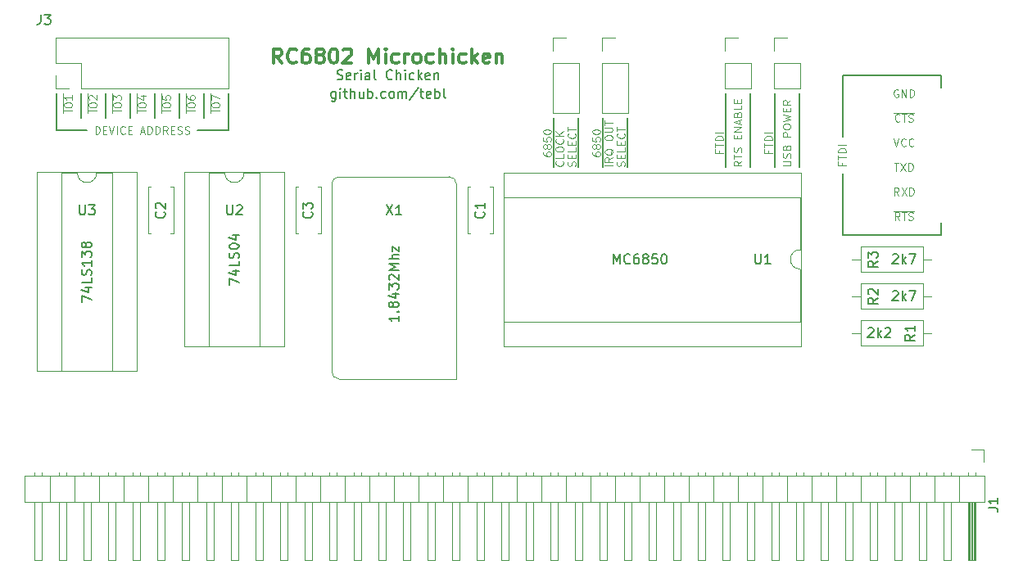
<source format=gto>
G04 #@! TF.FileFunction,Legend,Top*
%FSLAX46Y46*%
G04 Gerber Fmt 4.6, Leading zero omitted, Abs format (unit mm)*
G04 Created by KiCad (PCBNEW 4.0.7) date 09/22/19 23:17:33*
%MOMM*%
%LPD*%
G01*
G04 APERTURE LIST*
%ADD10C,0.100000*%
%ADD11C,0.150000*%
%ADD12C,0.300000*%
%ADD13C,0.200000*%
%ADD14C,0.120000*%
G04 APERTURE END LIST*
D10*
D11*
X131755238Y-41695714D02*
X131755238Y-42505238D01*
X131707619Y-42600476D01*
X131660000Y-42648095D01*
X131564761Y-42695714D01*
X131421904Y-42695714D01*
X131326666Y-42648095D01*
X131755238Y-42314762D02*
X131660000Y-42362381D01*
X131469523Y-42362381D01*
X131374285Y-42314762D01*
X131326666Y-42267143D01*
X131279047Y-42171905D01*
X131279047Y-41886190D01*
X131326666Y-41790952D01*
X131374285Y-41743333D01*
X131469523Y-41695714D01*
X131660000Y-41695714D01*
X131755238Y-41743333D01*
X132231428Y-42362381D02*
X132231428Y-41695714D01*
X132231428Y-41362381D02*
X132183809Y-41410000D01*
X132231428Y-41457619D01*
X132279047Y-41410000D01*
X132231428Y-41362381D01*
X132231428Y-41457619D01*
X132564761Y-41695714D02*
X132945713Y-41695714D01*
X132707618Y-41362381D02*
X132707618Y-42219524D01*
X132755237Y-42314762D01*
X132850475Y-42362381D01*
X132945713Y-42362381D01*
X133279047Y-42362381D02*
X133279047Y-41362381D01*
X133707619Y-42362381D02*
X133707619Y-41838571D01*
X133660000Y-41743333D01*
X133564762Y-41695714D01*
X133421904Y-41695714D01*
X133326666Y-41743333D01*
X133279047Y-41790952D01*
X134612381Y-41695714D02*
X134612381Y-42362381D01*
X134183809Y-41695714D02*
X134183809Y-42219524D01*
X134231428Y-42314762D01*
X134326666Y-42362381D01*
X134469524Y-42362381D01*
X134564762Y-42314762D01*
X134612381Y-42267143D01*
X135088571Y-42362381D02*
X135088571Y-41362381D01*
X135088571Y-41743333D02*
X135183809Y-41695714D01*
X135374286Y-41695714D01*
X135469524Y-41743333D01*
X135517143Y-41790952D01*
X135564762Y-41886190D01*
X135564762Y-42171905D01*
X135517143Y-42267143D01*
X135469524Y-42314762D01*
X135374286Y-42362381D01*
X135183809Y-42362381D01*
X135088571Y-42314762D01*
X135993333Y-42267143D02*
X136040952Y-42314762D01*
X135993333Y-42362381D01*
X135945714Y-42314762D01*
X135993333Y-42267143D01*
X135993333Y-42362381D01*
X136898095Y-42314762D02*
X136802857Y-42362381D01*
X136612380Y-42362381D01*
X136517142Y-42314762D01*
X136469523Y-42267143D01*
X136421904Y-42171905D01*
X136421904Y-41886190D01*
X136469523Y-41790952D01*
X136517142Y-41743333D01*
X136612380Y-41695714D01*
X136802857Y-41695714D01*
X136898095Y-41743333D01*
X137469523Y-42362381D02*
X137374285Y-42314762D01*
X137326666Y-42267143D01*
X137279047Y-42171905D01*
X137279047Y-41886190D01*
X137326666Y-41790952D01*
X137374285Y-41743333D01*
X137469523Y-41695714D01*
X137612381Y-41695714D01*
X137707619Y-41743333D01*
X137755238Y-41790952D01*
X137802857Y-41886190D01*
X137802857Y-42171905D01*
X137755238Y-42267143D01*
X137707619Y-42314762D01*
X137612381Y-42362381D01*
X137469523Y-42362381D01*
X138231428Y-42362381D02*
X138231428Y-41695714D01*
X138231428Y-41790952D02*
X138279047Y-41743333D01*
X138374285Y-41695714D01*
X138517143Y-41695714D01*
X138612381Y-41743333D01*
X138660000Y-41838571D01*
X138660000Y-42362381D01*
X138660000Y-41838571D02*
X138707619Y-41743333D01*
X138802857Y-41695714D01*
X138945714Y-41695714D01*
X139040952Y-41743333D01*
X139088571Y-41838571D01*
X139088571Y-42362381D01*
X140279047Y-41314762D02*
X139421904Y-42600476D01*
X140469523Y-41695714D02*
X140850475Y-41695714D01*
X140612380Y-41362381D02*
X140612380Y-42219524D01*
X140659999Y-42314762D01*
X140755237Y-42362381D01*
X140850475Y-42362381D01*
X141564762Y-42314762D02*
X141469524Y-42362381D01*
X141279047Y-42362381D01*
X141183809Y-42314762D01*
X141136190Y-42219524D01*
X141136190Y-41838571D01*
X141183809Y-41743333D01*
X141279047Y-41695714D01*
X141469524Y-41695714D01*
X141564762Y-41743333D01*
X141612381Y-41838571D01*
X141612381Y-41933810D01*
X141136190Y-42029048D01*
X142040952Y-42362381D02*
X142040952Y-41362381D01*
X142040952Y-41743333D02*
X142136190Y-41695714D01*
X142326667Y-41695714D01*
X142421905Y-41743333D01*
X142469524Y-41790952D01*
X142517143Y-41886190D01*
X142517143Y-42171905D01*
X142469524Y-42267143D01*
X142421905Y-42314762D01*
X142326667Y-42362381D01*
X142136190Y-42362381D01*
X142040952Y-42314762D01*
X143088571Y-42362381D02*
X142993333Y-42314762D01*
X142945714Y-42219524D01*
X142945714Y-41362381D01*
X131898095Y-40409762D02*
X132040952Y-40457381D01*
X132279048Y-40457381D01*
X132374286Y-40409762D01*
X132421905Y-40362143D01*
X132469524Y-40266905D01*
X132469524Y-40171667D01*
X132421905Y-40076429D01*
X132374286Y-40028810D01*
X132279048Y-39981190D01*
X132088571Y-39933571D01*
X131993333Y-39885952D01*
X131945714Y-39838333D01*
X131898095Y-39743095D01*
X131898095Y-39647857D01*
X131945714Y-39552619D01*
X131993333Y-39505000D01*
X132088571Y-39457381D01*
X132326667Y-39457381D01*
X132469524Y-39505000D01*
X133279048Y-40409762D02*
X133183810Y-40457381D01*
X132993333Y-40457381D01*
X132898095Y-40409762D01*
X132850476Y-40314524D01*
X132850476Y-39933571D01*
X132898095Y-39838333D01*
X132993333Y-39790714D01*
X133183810Y-39790714D01*
X133279048Y-39838333D01*
X133326667Y-39933571D01*
X133326667Y-40028810D01*
X132850476Y-40124048D01*
X133755238Y-40457381D02*
X133755238Y-39790714D01*
X133755238Y-39981190D02*
X133802857Y-39885952D01*
X133850476Y-39838333D01*
X133945714Y-39790714D01*
X134040953Y-39790714D01*
X134374286Y-40457381D02*
X134374286Y-39790714D01*
X134374286Y-39457381D02*
X134326667Y-39505000D01*
X134374286Y-39552619D01*
X134421905Y-39505000D01*
X134374286Y-39457381D01*
X134374286Y-39552619D01*
X135279048Y-40457381D02*
X135279048Y-39933571D01*
X135231429Y-39838333D01*
X135136191Y-39790714D01*
X134945714Y-39790714D01*
X134850476Y-39838333D01*
X135279048Y-40409762D02*
X135183810Y-40457381D01*
X134945714Y-40457381D01*
X134850476Y-40409762D01*
X134802857Y-40314524D01*
X134802857Y-40219286D01*
X134850476Y-40124048D01*
X134945714Y-40076429D01*
X135183810Y-40076429D01*
X135279048Y-40028810D01*
X135898095Y-40457381D02*
X135802857Y-40409762D01*
X135755238Y-40314524D01*
X135755238Y-39457381D01*
X137612382Y-40362143D02*
X137564763Y-40409762D01*
X137421906Y-40457381D01*
X137326668Y-40457381D01*
X137183810Y-40409762D01*
X137088572Y-40314524D01*
X137040953Y-40219286D01*
X136993334Y-40028810D01*
X136993334Y-39885952D01*
X137040953Y-39695476D01*
X137088572Y-39600238D01*
X137183810Y-39505000D01*
X137326668Y-39457381D01*
X137421906Y-39457381D01*
X137564763Y-39505000D01*
X137612382Y-39552619D01*
X138040953Y-40457381D02*
X138040953Y-39457381D01*
X138469525Y-40457381D02*
X138469525Y-39933571D01*
X138421906Y-39838333D01*
X138326668Y-39790714D01*
X138183810Y-39790714D01*
X138088572Y-39838333D01*
X138040953Y-39885952D01*
X138945715Y-40457381D02*
X138945715Y-39790714D01*
X138945715Y-39457381D02*
X138898096Y-39505000D01*
X138945715Y-39552619D01*
X138993334Y-39505000D01*
X138945715Y-39457381D01*
X138945715Y-39552619D01*
X139850477Y-40409762D02*
X139755239Y-40457381D01*
X139564762Y-40457381D01*
X139469524Y-40409762D01*
X139421905Y-40362143D01*
X139374286Y-40266905D01*
X139374286Y-39981190D01*
X139421905Y-39885952D01*
X139469524Y-39838333D01*
X139564762Y-39790714D01*
X139755239Y-39790714D01*
X139850477Y-39838333D01*
X140279048Y-40457381D02*
X140279048Y-39457381D01*
X140374286Y-40076429D02*
X140660001Y-40457381D01*
X140660001Y-39790714D02*
X140279048Y-40171667D01*
X141469525Y-40409762D02*
X141374287Y-40457381D01*
X141183810Y-40457381D01*
X141088572Y-40409762D01*
X141040953Y-40314524D01*
X141040953Y-39933571D01*
X141088572Y-39838333D01*
X141183810Y-39790714D01*
X141374287Y-39790714D01*
X141469525Y-39838333D01*
X141517144Y-39933571D01*
X141517144Y-40028810D01*
X141040953Y-40124048D01*
X141945715Y-39790714D02*
X141945715Y-40457381D01*
X141945715Y-39885952D02*
X141993334Y-39838333D01*
X142088572Y-39790714D01*
X142231430Y-39790714D01*
X142326668Y-39838333D01*
X142374287Y-39933571D01*
X142374287Y-40457381D01*
D12*
X126195716Y-38778571D02*
X125695716Y-38064286D01*
X125338573Y-38778571D02*
X125338573Y-37278571D01*
X125910001Y-37278571D01*
X126052859Y-37350000D01*
X126124287Y-37421429D01*
X126195716Y-37564286D01*
X126195716Y-37778571D01*
X126124287Y-37921429D01*
X126052859Y-37992857D01*
X125910001Y-38064286D01*
X125338573Y-38064286D01*
X127695716Y-38635714D02*
X127624287Y-38707143D01*
X127410001Y-38778571D01*
X127267144Y-38778571D01*
X127052859Y-38707143D01*
X126910001Y-38564286D01*
X126838573Y-38421429D01*
X126767144Y-38135714D01*
X126767144Y-37921429D01*
X126838573Y-37635714D01*
X126910001Y-37492857D01*
X127052859Y-37350000D01*
X127267144Y-37278571D01*
X127410001Y-37278571D01*
X127624287Y-37350000D01*
X127695716Y-37421429D01*
X128981430Y-37278571D02*
X128695716Y-37278571D01*
X128552859Y-37350000D01*
X128481430Y-37421429D01*
X128338573Y-37635714D01*
X128267144Y-37921429D01*
X128267144Y-38492857D01*
X128338573Y-38635714D01*
X128410001Y-38707143D01*
X128552859Y-38778571D01*
X128838573Y-38778571D01*
X128981430Y-38707143D01*
X129052859Y-38635714D01*
X129124287Y-38492857D01*
X129124287Y-38135714D01*
X129052859Y-37992857D01*
X128981430Y-37921429D01*
X128838573Y-37850000D01*
X128552859Y-37850000D01*
X128410001Y-37921429D01*
X128338573Y-37992857D01*
X128267144Y-38135714D01*
X129981430Y-37921429D02*
X129838572Y-37850000D01*
X129767144Y-37778571D01*
X129695715Y-37635714D01*
X129695715Y-37564286D01*
X129767144Y-37421429D01*
X129838572Y-37350000D01*
X129981430Y-37278571D01*
X130267144Y-37278571D01*
X130410001Y-37350000D01*
X130481430Y-37421429D01*
X130552858Y-37564286D01*
X130552858Y-37635714D01*
X130481430Y-37778571D01*
X130410001Y-37850000D01*
X130267144Y-37921429D01*
X129981430Y-37921429D01*
X129838572Y-37992857D01*
X129767144Y-38064286D01*
X129695715Y-38207143D01*
X129695715Y-38492857D01*
X129767144Y-38635714D01*
X129838572Y-38707143D01*
X129981430Y-38778571D01*
X130267144Y-38778571D01*
X130410001Y-38707143D01*
X130481430Y-38635714D01*
X130552858Y-38492857D01*
X130552858Y-38207143D01*
X130481430Y-38064286D01*
X130410001Y-37992857D01*
X130267144Y-37921429D01*
X131481429Y-37278571D02*
X131624286Y-37278571D01*
X131767143Y-37350000D01*
X131838572Y-37421429D01*
X131910001Y-37564286D01*
X131981429Y-37850000D01*
X131981429Y-38207143D01*
X131910001Y-38492857D01*
X131838572Y-38635714D01*
X131767143Y-38707143D01*
X131624286Y-38778571D01*
X131481429Y-38778571D01*
X131338572Y-38707143D01*
X131267143Y-38635714D01*
X131195715Y-38492857D01*
X131124286Y-38207143D01*
X131124286Y-37850000D01*
X131195715Y-37564286D01*
X131267143Y-37421429D01*
X131338572Y-37350000D01*
X131481429Y-37278571D01*
X132552857Y-37421429D02*
X132624286Y-37350000D01*
X132767143Y-37278571D01*
X133124286Y-37278571D01*
X133267143Y-37350000D01*
X133338572Y-37421429D01*
X133410000Y-37564286D01*
X133410000Y-37707143D01*
X133338572Y-37921429D01*
X132481429Y-38778571D01*
X133410000Y-38778571D01*
X135195714Y-38778571D02*
X135195714Y-37278571D01*
X135695714Y-38350000D01*
X136195714Y-37278571D01*
X136195714Y-38778571D01*
X136910000Y-38778571D02*
X136910000Y-37778571D01*
X136910000Y-37278571D02*
X136838571Y-37350000D01*
X136910000Y-37421429D01*
X136981428Y-37350000D01*
X136910000Y-37278571D01*
X136910000Y-37421429D01*
X138267143Y-38707143D02*
X138124286Y-38778571D01*
X137838572Y-38778571D01*
X137695714Y-38707143D01*
X137624286Y-38635714D01*
X137552857Y-38492857D01*
X137552857Y-38064286D01*
X137624286Y-37921429D01*
X137695714Y-37850000D01*
X137838572Y-37778571D01*
X138124286Y-37778571D01*
X138267143Y-37850000D01*
X138910000Y-38778571D02*
X138910000Y-37778571D01*
X138910000Y-38064286D02*
X138981428Y-37921429D01*
X139052857Y-37850000D01*
X139195714Y-37778571D01*
X139338571Y-37778571D01*
X140052857Y-38778571D02*
X139909999Y-38707143D01*
X139838571Y-38635714D01*
X139767142Y-38492857D01*
X139767142Y-38064286D01*
X139838571Y-37921429D01*
X139909999Y-37850000D01*
X140052857Y-37778571D01*
X140267142Y-37778571D01*
X140409999Y-37850000D01*
X140481428Y-37921429D01*
X140552857Y-38064286D01*
X140552857Y-38492857D01*
X140481428Y-38635714D01*
X140409999Y-38707143D01*
X140267142Y-38778571D01*
X140052857Y-38778571D01*
X141838571Y-38707143D02*
X141695714Y-38778571D01*
X141410000Y-38778571D01*
X141267142Y-38707143D01*
X141195714Y-38635714D01*
X141124285Y-38492857D01*
X141124285Y-38064286D01*
X141195714Y-37921429D01*
X141267142Y-37850000D01*
X141410000Y-37778571D01*
X141695714Y-37778571D01*
X141838571Y-37850000D01*
X142481428Y-38778571D02*
X142481428Y-37278571D01*
X143124285Y-38778571D02*
X143124285Y-37992857D01*
X143052856Y-37850000D01*
X142909999Y-37778571D01*
X142695714Y-37778571D01*
X142552856Y-37850000D01*
X142481428Y-37921429D01*
X143838571Y-38778571D02*
X143838571Y-37778571D01*
X143838571Y-37278571D02*
X143767142Y-37350000D01*
X143838571Y-37421429D01*
X143909999Y-37350000D01*
X143838571Y-37278571D01*
X143838571Y-37421429D01*
X145195714Y-38707143D02*
X145052857Y-38778571D01*
X144767143Y-38778571D01*
X144624285Y-38707143D01*
X144552857Y-38635714D01*
X144481428Y-38492857D01*
X144481428Y-38064286D01*
X144552857Y-37921429D01*
X144624285Y-37850000D01*
X144767143Y-37778571D01*
X145052857Y-37778571D01*
X145195714Y-37850000D01*
X145838571Y-38778571D02*
X145838571Y-37278571D01*
X145981428Y-38207143D02*
X146409999Y-38778571D01*
X146409999Y-37778571D02*
X145838571Y-38350000D01*
X147624285Y-38707143D02*
X147481428Y-38778571D01*
X147195714Y-38778571D01*
X147052857Y-38707143D01*
X146981428Y-38564286D01*
X146981428Y-37992857D01*
X147052857Y-37850000D01*
X147195714Y-37778571D01*
X147481428Y-37778571D01*
X147624285Y-37850000D01*
X147695714Y-37992857D01*
X147695714Y-38135714D01*
X146981428Y-38278571D01*
X148338571Y-37778571D02*
X148338571Y-38778571D01*
X148338571Y-37921429D02*
X148409999Y-37850000D01*
X148552857Y-37778571D01*
X148767142Y-37778571D01*
X148909999Y-37850000D01*
X148981428Y-37992857D01*
X148981428Y-38778571D01*
D13*
X184150000Y-40005000D02*
X187325000Y-40005000D01*
X184150000Y-46355000D02*
X184150000Y-40005000D01*
X184150000Y-56515000D02*
X184150000Y-50165000D01*
X187325000Y-56515000D02*
X184150000Y-56515000D01*
X187325000Y-40005000D02*
X194310000Y-40005000D01*
X187325000Y-56515000D02*
X194310000Y-56515000D01*
X194310000Y-55880000D02*
X194310000Y-56515000D01*
X194310000Y-55880000D02*
X194310000Y-55245000D01*
X194310000Y-41275000D02*
X194310000Y-40005000D01*
D10*
X176472857Y-47770952D02*
X176472857Y-48037619D01*
X176891905Y-48037619D02*
X176091905Y-48037619D01*
X176091905Y-47656666D01*
X176091905Y-47466191D02*
X176091905Y-47009048D01*
X176891905Y-47237619D02*
X176091905Y-47237619D01*
X176891905Y-46742381D02*
X176091905Y-46742381D01*
X176091905Y-46551905D01*
X176130000Y-46437619D01*
X176206190Y-46361428D01*
X176282381Y-46323333D01*
X176434762Y-46285238D01*
X176549048Y-46285238D01*
X176701429Y-46323333D01*
X176777619Y-46361428D01*
X176853810Y-46437619D01*
X176891905Y-46551905D01*
X176891905Y-46742381D01*
X176891905Y-45942381D02*
X176091905Y-45942381D01*
X171392857Y-47770952D02*
X171392857Y-48037619D01*
X171811905Y-48037619D02*
X171011905Y-48037619D01*
X171011905Y-47656666D01*
X171011905Y-47466191D02*
X171011905Y-47009048D01*
X171811905Y-47237619D02*
X171011905Y-47237619D01*
X171811905Y-46742381D02*
X171011905Y-46742381D01*
X171011905Y-46551905D01*
X171050000Y-46437619D01*
X171126190Y-46361428D01*
X171202381Y-46323333D01*
X171354762Y-46285238D01*
X171469048Y-46285238D01*
X171621429Y-46323333D01*
X171697619Y-46361428D01*
X171773810Y-46437619D01*
X171811905Y-46551905D01*
X171811905Y-46742381D01*
X171811905Y-45942381D02*
X171011905Y-45942381D01*
X173716905Y-48882381D02*
X173335952Y-49149048D01*
X173716905Y-49339524D02*
X172916905Y-49339524D01*
X172916905Y-49034762D01*
X172955000Y-48958571D01*
X172993095Y-48920476D01*
X173069286Y-48882381D01*
X173183571Y-48882381D01*
X173259762Y-48920476D01*
X173297857Y-48958571D01*
X173335952Y-49034762D01*
X173335952Y-49339524D01*
X172916905Y-48653810D02*
X172916905Y-48196667D01*
X173716905Y-48425238D02*
X172916905Y-48425238D01*
X173678810Y-47968095D02*
X173716905Y-47853809D01*
X173716905Y-47663333D01*
X173678810Y-47587143D01*
X173640714Y-47549047D01*
X173564524Y-47510952D01*
X173488333Y-47510952D01*
X173412143Y-47549047D01*
X173374048Y-47587143D01*
X173335952Y-47663333D01*
X173297857Y-47815714D01*
X173259762Y-47891905D01*
X173221667Y-47930000D01*
X173145476Y-47968095D01*
X173069286Y-47968095D01*
X172993095Y-47930000D01*
X172955000Y-47891905D01*
X172916905Y-47815714D01*
X172916905Y-47625238D01*
X172955000Y-47510952D01*
X173297857Y-46558571D02*
X173297857Y-46291904D01*
X173716905Y-46177618D02*
X173716905Y-46558571D01*
X172916905Y-46558571D01*
X172916905Y-46177618D01*
X173716905Y-45834761D02*
X172916905Y-45834761D01*
X173716905Y-45377618D01*
X172916905Y-45377618D01*
X173488333Y-45034761D02*
X173488333Y-44653809D01*
X173716905Y-45110952D02*
X172916905Y-44844285D01*
X173716905Y-44577618D01*
X173297857Y-44044285D02*
X173335952Y-43929999D01*
X173374048Y-43891904D01*
X173450238Y-43853809D01*
X173564524Y-43853809D01*
X173640714Y-43891904D01*
X173678810Y-43929999D01*
X173716905Y-44006190D01*
X173716905Y-44310952D01*
X172916905Y-44310952D01*
X172916905Y-44044285D01*
X172955000Y-43968095D01*
X172993095Y-43929999D01*
X173069286Y-43891904D01*
X173145476Y-43891904D01*
X173221667Y-43929999D01*
X173259762Y-43968095D01*
X173297857Y-44044285D01*
X173297857Y-44310952D01*
X173716905Y-43129999D02*
X173716905Y-43510952D01*
X172916905Y-43510952D01*
X173297857Y-42863333D02*
X173297857Y-42596666D01*
X173716905Y-42482380D02*
X173716905Y-42863333D01*
X172916905Y-42863333D01*
X172916905Y-42482380D01*
X177996905Y-49339524D02*
X178644524Y-49339524D01*
X178720714Y-49301429D01*
X178758810Y-49263333D01*
X178796905Y-49187143D01*
X178796905Y-49034762D01*
X178758810Y-48958571D01*
X178720714Y-48920476D01*
X178644524Y-48882381D01*
X177996905Y-48882381D01*
X178758810Y-48539524D02*
X178796905Y-48425238D01*
X178796905Y-48234762D01*
X178758810Y-48158572D01*
X178720714Y-48120476D01*
X178644524Y-48082381D01*
X178568333Y-48082381D01*
X178492143Y-48120476D01*
X178454048Y-48158572D01*
X178415952Y-48234762D01*
X178377857Y-48387143D01*
X178339762Y-48463334D01*
X178301667Y-48501429D01*
X178225476Y-48539524D01*
X178149286Y-48539524D01*
X178073095Y-48501429D01*
X178035000Y-48463334D01*
X177996905Y-48387143D01*
X177996905Y-48196667D01*
X178035000Y-48082381D01*
X178377857Y-47472857D02*
X178415952Y-47358571D01*
X178454048Y-47320476D01*
X178530238Y-47282381D01*
X178644524Y-47282381D01*
X178720714Y-47320476D01*
X178758810Y-47358571D01*
X178796905Y-47434762D01*
X178796905Y-47739524D01*
X177996905Y-47739524D01*
X177996905Y-47472857D01*
X178035000Y-47396667D01*
X178073095Y-47358571D01*
X178149286Y-47320476D01*
X178225476Y-47320476D01*
X178301667Y-47358571D01*
X178339762Y-47396667D01*
X178377857Y-47472857D01*
X178377857Y-47739524D01*
X178796905Y-46330000D02*
X177996905Y-46330000D01*
X177996905Y-46025238D01*
X178035000Y-45949047D01*
X178073095Y-45910952D01*
X178149286Y-45872857D01*
X178263571Y-45872857D01*
X178339762Y-45910952D01*
X178377857Y-45949047D01*
X178415952Y-46025238D01*
X178415952Y-46330000D01*
X177996905Y-45377619D02*
X177996905Y-45225238D01*
X178035000Y-45149047D01*
X178111190Y-45072857D01*
X178263571Y-45034762D01*
X178530238Y-45034762D01*
X178682619Y-45072857D01*
X178758810Y-45149047D01*
X178796905Y-45225238D01*
X178796905Y-45377619D01*
X178758810Y-45453809D01*
X178682619Y-45530000D01*
X178530238Y-45568095D01*
X178263571Y-45568095D01*
X178111190Y-45530000D01*
X178035000Y-45453809D01*
X177996905Y-45377619D01*
X177996905Y-44768095D02*
X178796905Y-44577619D01*
X178225476Y-44425238D01*
X178796905Y-44272857D01*
X177996905Y-44082381D01*
X178377857Y-43777619D02*
X178377857Y-43510952D01*
X178796905Y-43396666D02*
X178796905Y-43777619D01*
X177996905Y-43777619D01*
X177996905Y-43396666D01*
X178796905Y-42596666D02*
X178415952Y-42863333D01*
X178796905Y-43053809D02*
X177996905Y-43053809D01*
X177996905Y-42749047D01*
X178035000Y-42672856D01*
X178073095Y-42634761D01*
X178149286Y-42596666D01*
X178263571Y-42596666D01*
X178339762Y-42634761D01*
X178377857Y-42672856D01*
X178415952Y-42749047D01*
X178415952Y-43053809D01*
D13*
X179705000Y-49530000D02*
X179705000Y-41910000D01*
X177165000Y-41910000D02*
X177165000Y-49530000D01*
X174625000Y-49530000D02*
X174625000Y-41910000D01*
X172085000Y-41910000D02*
X172085000Y-49530000D01*
D10*
X158311905Y-47980477D02*
X158311905Y-48132858D01*
X158350000Y-48209048D01*
X158388095Y-48247143D01*
X158502381Y-48323334D01*
X158654762Y-48361429D01*
X158959524Y-48361429D01*
X159035714Y-48323334D01*
X159073810Y-48285239D01*
X159111905Y-48209048D01*
X159111905Y-48056667D01*
X159073810Y-47980477D01*
X159035714Y-47942381D01*
X158959524Y-47904286D01*
X158769048Y-47904286D01*
X158692857Y-47942381D01*
X158654762Y-47980477D01*
X158616667Y-48056667D01*
X158616667Y-48209048D01*
X158654762Y-48285239D01*
X158692857Y-48323334D01*
X158769048Y-48361429D01*
X158654762Y-47447143D02*
X158616667Y-47523334D01*
X158578571Y-47561429D01*
X158502381Y-47599524D01*
X158464286Y-47599524D01*
X158388095Y-47561429D01*
X158350000Y-47523334D01*
X158311905Y-47447143D01*
X158311905Y-47294762D01*
X158350000Y-47218572D01*
X158388095Y-47180476D01*
X158464286Y-47142381D01*
X158502381Y-47142381D01*
X158578571Y-47180476D01*
X158616667Y-47218572D01*
X158654762Y-47294762D01*
X158654762Y-47447143D01*
X158692857Y-47523334D01*
X158730952Y-47561429D01*
X158807143Y-47599524D01*
X158959524Y-47599524D01*
X159035714Y-47561429D01*
X159073810Y-47523334D01*
X159111905Y-47447143D01*
X159111905Y-47294762D01*
X159073810Y-47218572D01*
X159035714Y-47180476D01*
X158959524Y-47142381D01*
X158807143Y-47142381D01*
X158730952Y-47180476D01*
X158692857Y-47218572D01*
X158654762Y-47294762D01*
X158311905Y-46418571D02*
X158311905Y-46799524D01*
X158692857Y-46837619D01*
X158654762Y-46799524D01*
X158616667Y-46723333D01*
X158616667Y-46532857D01*
X158654762Y-46456667D01*
X158692857Y-46418571D01*
X158769048Y-46380476D01*
X158959524Y-46380476D01*
X159035714Y-46418571D01*
X159073810Y-46456667D01*
X159111905Y-46532857D01*
X159111905Y-46723333D01*
X159073810Y-46799524D01*
X159035714Y-46837619D01*
X158311905Y-45885238D02*
X158311905Y-45809047D01*
X158350000Y-45732857D01*
X158388095Y-45694762D01*
X158464286Y-45656666D01*
X158616667Y-45618571D01*
X158807143Y-45618571D01*
X158959524Y-45656666D01*
X159035714Y-45694762D01*
X159073810Y-45732857D01*
X159111905Y-45809047D01*
X159111905Y-45885238D01*
X159073810Y-45961428D01*
X159035714Y-45999524D01*
X158959524Y-46037619D01*
X158807143Y-46075714D01*
X158616667Y-46075714D01*
X158464286Y-46037619D01*
X158388095Y-45999524D01*
X158350000Y-45961428D01*
X158311905Y-45885238D01*
X153231905Y-47980477D02*
X153231905Y-48132858D01*
X153270000Y-48209048D01*
X153308095Y-48247143D01*
X153422381Y-48323334D01*
X153574762Y-48361429D01*
X153879524Y-48361429D01*
X153955714Y-48323334D01*
X153993810Y-48285239D01*
X154031905Y-48209048D01*
X154031905Y-48056667D01*
X153993810Y-47980477D01*
X153955714Y-47942381D01*
X153879524Y-47904286D01*
X153689048Y-47904286D01*
X153612857Y-47942381D01*
X153574762Y-47980477D01*
X153536667Y-48056667D01*
X153536667Y-48209048D01*
X153574762Y-48285239D01*
X153612857Y-48323334D01*
X153689048Y-48361429D01*
X153574762Y-47447143D02*
X153536667Y-47523334D01*
X153498571Y-47561429D01*
X153422381Y-47599524D01*
X153384286Y-47599524D01*
X153308095Y-47561429D01*
X153270000Y-47523334D01*
X153231905Y-47447143D01*
X153231905Y-47294762D01*
X153270000Y-47218572D01*
X153308095Y-47180476D01*
X153384286Y-47142381D01*
X153422381Y-47142381D01*
X153498571Y-47180476D01*
X153536667Y-47218572D01*
X153574762Y-47294762D01*
X153574762Y-47447143D01*
X153612857Y-47523334D01*
X153650952Y-47561429D01*
X153727143Y-47599524D01*
X153879524Y-47599524D01*
X153955714Y-47561429D01*
X153993810Y-47523334D01*
X154031905Y-47447143D01*
X154031905Y-47294762D01*
X153993810Y-47218572D01*
X153955714Y-47180476D01*
X153879524Y-47142381D01*
X153727143Y-47142381D01*
X153650952Y-47180476D01*
X153612857Y-47218572D01*
X153574762Y-47294762D01*
X153231905Y-46418571D02*
X153231905Y-46799524D01*
X153612857Y-46837619D01*
X153574762Y-46799524D01*
X153536667Y-46723333D01*
X153536667Y-46532857D01*
X153574762Y-46456667D01*
X153612857Y-46418571D01*
X153689048Y-46380476D01*
X153879524Y-46380476D01*
X153955714Y-46418571D01*
X153993810Y-46456667D01*
X154031905Y-46532857D01*
X154031905Y-46723333D01*
X153993810Y-46799524D01*
X153955714Y-46837619D01*
X153231905Y-45885238D02*
X153231905Y-45809047D01*
X153270000Y-45732857D01*
X153308095Y-45694762D01*
X153384286Y-45656666D01*
X153536667Y-45618571D01*
X153727143Y-45618571D01*
X153879524Y-45656666D01*
X153955714Y-45694762D01*
X153993810Y-45732857D01*
X154031905Y-45809047D01*
X154031905Y-45885238D01*
X153993810Y-45961428D01*
X153955714Y-45999524D01*
X153879524Y-46037619D01*
X153727143Y-46075714D01*
X153536667Y-46075714D01*
X153384286Y-46037619D01*
X153308095Y-45999524D01*
X153270000Y-45961428D01*
X153231905Y-45885238D01*
D13*
X161925000Y-49530000D02*
X161925000Y-44450000D01*
X159385000Y-44450000D02*
X159385000Y-49530000D01*
X156845000Y-49530000D02*
X156845000Y-44450000D01*
X154305000Y-44450000D02*
X154305000Y-49530000D01*
D10*
X156533810Y-49377619D02*
X156571905Y-49263333D01*
X156571905Y-49072857D01*
X156533810Y-48996667D01*
X156495714Y-48958571D01*
X156419524Y-48920476D01*
X156343333Y-48920476D01*
X156267143Y-48958571D01*
X156229048Y-48996667D01*
X156190952Y-49072857D01*
X156152857Y-49225238D01*
X156114762Y-49301429D01*
X156076667Y-49339524D01*
X156000476Y-49377619D01*
X155924286Y-49377619D01*
X155848095Y-49339524D01*
X155810000Y-49301429D01*
X155771905Y-49225238D01*
X155771905Y-49034762D01*
X155810000Y-48920476D01*
X156152857Y-48577619D02*
X156152857Y-48310952D01*
X156571905Y-48196666D02*
X156571905Y-48577619D01*
X155771905Y-48577619D01*
X155771905Y-48196666D01*
X156571905Y-47472856D02*
X156571905Y-47853809D01*
X155771905Y-47853809D01*
X156152857Y-47206190D02*
X156152857Y-46939523D01*
X156571905Y-46825237D02*
X156571905Y-47206190D01*
X155771905Y-47206190D01*
X155771905Y-46825237D01*
X156495714Y-46025237D02*
X156533810Y-46063332D01*
X156571905Y-46177618D01*
X156571905Y-46253808D01*
X156533810Y-46368094D01*
X156457619Y-46444285D01*
X156381429Y-46482380D01*
X156229048Y-46520475D01*
X156114762Y-46520475D01*
X155962381Y-46482380D01*
X155886190Y-46444285D01*
X155810000Y-46368094D01*
X155771905Y-46253808D01*
X155771905Y-46177618D01*
X155810000Y-46063332D01*
X155848095Y-46025237D01*
X155771905Y-45796666D02*
X155771905Y-45339523D01*
X156571905Y-45568094D02*
X155771905Y-45568094D01*
X155225714Y-48882381D02*
X155263810Y-48920476D01*
X155301905Y-49034762D01*
X155301905Y-49110952D01*
X155263810Y-49225238D01*
X155187619Y-49301429D01*
X155111429Y-49339524D01*
X154959048Y-49377619D01*
X154844762Y-49377619D01*
X154692381Y-49339524D01*
X154616190Y-49301429D01*
X154540000Y-49225238D01*
X154501905Y-49110952D01*
X154501905Y-49034762D01*
X154540000Y-48920476D01*
X154578095Y-48882381D01*
X155301905Y-48158571D02*
X155301905Y-48539524D01*
X154501905Y-48539524D01*
X154501905Y-47739524D02*
X154501905Y-47587143D01*
X154540000Y-47510952D01*
X154616190Y-47434762D01*
X154768571Y-47396667D01*
X155035238Y-47396667D01*
X155187619Y-47434762D01*
X155263810Y-47510952D01*
X155301905Y-47587143D01*
X155301905Y-47739524D01*
X155263810Y-47815714D01*
X155187619Y-47891905D01*
X155035238Y-47930000D01*
X154768571Y-47930000D01*
X154616190Y-47891905D01*
X154540000Y-47815714D01*
X154501905Y-47739524D01*
X155225714Y-46596667D02*
X155263810Y-46634762D01*
X155301905Y-46749048D01*
X155301905Y-46825238D01*
X155263810Y-46939524D01*
X155187619Y-47015715D01*
X155111429Y-47053810D01*
X154959048Y-47091905D01*
X154844762Y-47091905D01*
X154692381Y-47053810D01*
X154616190Y-47015715D01*
X154540000Y-46939524D01*
X154501905Y-46825238D01*
X154501905Y-46749048D01*
X154540000Y-46634762D01*
X154578095Y-46596667D01*
X155301905Y-46253810D02*
X154501905Y-46253810D01*
X155301905Y-45796667D02*
X154844762Y-46139524D01*
X154501905Y-45796667D02*
X154959048Y-46253810D01*
X161613810Y-49377619D02*
X161651905Y-49263333D01*
X161651905Y-49072857D01*
X161613810Y-48996667D01*
X161575714Y-48958571D01*
X161499524Y-48920476D01*
X161423333Y-48920476D01*
X161347143Y-48958571D01*
X161309048Y-48996667D01*
X161270952Y-49072857D01*
X161232857Y-49225238D01*
X161194762Y-49301429D01*
X161156667Y-49339524D01*
X161080476Y-49377619D01*
X161004286Y-49377619D01*
X160928095Y-49339524D01*
X160890000Y-49301429D01*
X160851905Y-49225238D01*
X160851905Y-49034762D01*
X160890000Y-48920476D01*
X161232857Y-48577619D02*
X161232857Y-48310952D01*
X161651905Y-48196666D02*
X161651905Y-48577619D01*
X160851905Y-48577619D01*
X160851905Y-48196666D01*
X161651905Y-47472856D02*
X161651905Y-47853809D01*
X160851905Y-47853809D01*
X161232857Y-47206190D02*
X161232857Y-46939523D01*
X161651905Y-46825237D02*
X161651905Y-47206190D01*
X160851905Y-47206190D01*
X160851905Y-46825237D01*
X161575714Y-46025237D02*
X161613810Y-46063332D01*
X161651905Y-46177618D01*
X161651905Y-46253808D01*
X161613810Y-46368094D01*
X161537619Y-46444285D01*
X161461429Y-46482380D01*
X161309048Y-46520475D01*
X161194762Y-46520475D01*
X161042381Y-46482380D01*
X160966190Y-46444285D01*
X160890000Y-46368094D01*
X160851905Y-46253808D01*
X160851905Y-46177618D01*
X160890000Y-46063332D01*
X160928095Y-46025237D01*
X160851905Y-45796666D02*
X160851905Y-45339523D01*
X161651905Y-45568094D02*
X160851905Y-45568094D01*
X160381905Y-49339524D02*
X159581905Y-49339524D01*
X160381905Y-48501429D02*
X160000952Y-48768096D01*
X160381905Y-48958572D02*
X159581905Y-48958572D01*
X159581905Y-48653810D01*
X159620000Y-48577619D01*
X159658095Y-48539524D01*
X159734286Y-48501429D01*
X159848571Y-48501429D01*
X159924762Y-48539524D01*
X159962857Y-48577619D01*
X160000952Y-48653810D01*
X160000952Y-48958572D01*
X160458095Y-47625238D02*
X160420000Y-47701429D01*
X160343810Y-47777619D01*
X160229524Y-47891905D01*
X160191429Y-47968096D01*
X160191429Y-48044286D01*
X160381905Y-48006191D02*
X160343810Y-48082381D01*
X160267619Y-48158572D01*
X160115238Y-48196667D01*
X159848571Y-48196667D01*
X159696190Y-48158572D01*
X159620000Y-48082381D01*
X159581905Y-48006191D01*
X159581905Y-47853810D01*
X159620000Y-47777619D01*
X159696190Y-47701429D01*
X159848571Y-47663334D01*
X160115238Y-47663334D01*
X160267619Y-47701429D01*
X160343810Y-47777619D01*
X160381905Y-47853810D01*
X160381905Y-48006191D01*
X159581905Y-46558572D02*
X159581905Y-46406191D01*
X159620000Y-46330000D01*
X159696190Y-46253810D01*
X159848571Y-46215715D01*
X160115238Y-46215715D01*
X160267619Y-46253810D01*
X160343810Y-46330000D01*
X160381905Y-46406191D01*
X160381905Y-46558572D01*
X160343810Y-46634762D01*
X160267619Y-46710953D01*
X160115238Y-46749048D01*
X159848571Y-46749048D01*
X159696190Y-46710953D01*
X159620000Y-46634762D01*
X159581905Y-46558572D01*
X159581905Y-45872858D02*
X160229524Y-45872858D01*
X160305714Y-45834763D01*
X160343810Y-45796667D01*
X160381905Y-45720477D01*
X160381905Y-45568096D01*
X160343810Y-45491905D01*
X160305714Y-45453810D01*
X160229524Y-45415715D01*
X159581905Y-45415715D01*
X159581905Y-45149049D02*
X159581905Y-44691906D01*
X160381905Y-44920477D02*
X159581905Y-44920477D01*
D13*
X102870000Y-45720000D02*
X106045000Y-45720000D01*
X120650000Y-45720000D02*
X117475000Y-45720000D01*
X120650000Y-41910000D02*
X120650000Y-45720000D01*
X102870000Y-41910000D02*
X102870000Y-45720000D01*
X118110000Y-41910000D02*
X118110000Y-44450000D01*
X115570000Y-41910000D02*
X115570000Y-44450000D01*
X113030000Y-41910000D02*
X113030000Y-44450000D01*
X110490000Y-41910000D02*
X110490000Y-44450000D01*
X107950000Y-41910000D02*
X107950000Y-44450000D01*
X105410000Y-41910000D02*
X105410000Y-44450000D01*
D10*
X106921904Y-46081905D02*
X106921904Y-45281905D01*
X107112380Y-45281905D01*
X107226666Y-45320000D01*
X107302857Y-45396190D01*
X107340952Y-45472381D01*
X107379047Y-45624762D01*
X107379047Y-45739048D01*
X107340952Y-45891429D01*
X107302857Y-45967619D01*
X107226666Y-46043810D01*
X107112380Y-46081905D01*
X106921904Y-46081905D01*
X107721904Y-45662857D02*
X107988571Y-45662857D01*
X108102857Y-46081905D02*
X107721904Y-46081905D01*
X107721904Y-45281905D01*
X108102857Y-45281905D01*
X108331428Y-45281905D02*
X108598095Y-46081905D01*
X108864762Y-45281905D01*
X109131428Y-46081905D02*
X109131428Y-45281905D01*
X109969523Y-46005714D02*
X109931428Y-46043810D01*
X109817142Y-46081905D01*
X109740952Y-46081905D01*
X109626666Y-46043810D01*
X109550475Y-45967619D01*
X109512380Y-45891429D01*
X109474285Y-45739048D01*
X109474285Y-45624762D01*
X109512380Y-45472381D01*
X109550475Y-45396190D01*
X109626666Y-45320000D01*
X109740952Y-45281905D01*
X109817142Y-45281905D01*
X109931428Y-45320000D01*
X109969523Y-45358095D01*
X110312380Y-45662857D02*
X110579047Y-45662857D01*
X110693333Y-46081905D02*
X110312380Y-46081905D01*
X110312380Y-45281905D01*
X110693333Y-45281905D01*
X111607619Y-45853333D02*
X111988571Y-45853333D01*
X111531428Y-46081905D02*
X111798095Y-45281905D01*
X112064762Y-46081905D01*
X112331428Y-46081905D02*
X112331428Y-45281905D01*
X112521904Y-45281905D01*
X112636190Y-45320000D01*
X112712381Y-45396190D01*
X112750476Y-45472381D01*
X112788571Y-45624762D01*
X112788571Y-45739048D01*
X112750476Y-45891429D01*
X112712381Y-45967619D01*
X112636190Y-46043810D01*
X112521904Y-46081905D01*
X112331428Y-46081905D01*
X113131428Y-46081905D02*
X113131428Y-45281905D01*
X113321904Y-45281905D01*
X113436190Y-45320000D01*
X113512381Y-45396190D01*
X113550476Y-45472381D01*
X113588571Y-45624762D01*
X113588571Y-45739048D01*
X113550476Y-45891429D01*
X113512381Y-45967619D01*
X113436190Y-46043810D01*
X113321904Y-46081905D01*
X113131428Y-46081905D01*
X114388571Y-46081905D02*
X114121904Y-45700952D01*
X113931428Y-46081905D02*
X113931428Y-45281905D01*
X114236190Y-45281905D01*
X114312381Y-45320000D01*
X114350476Y-45358095D01*
X114388571Y-45434286D01*
X114388571Y-45548571D01*
X114350476Y-45624762D01*
X114312381Y-45662857D01*
X114236190Y-45700952D01*
X113931428Y-45700952D01*
X114731428Y-45662857D02*
X114998095Y-45662857D01*
X115112381Y-46081905D02*
X114731428Y-46081905D01*
X114731428Y-45281905D01*
X115112381Y-45281905D01*
X115417143Y-46043810D02*
X115531429Y-46081905D01*
X115721905Y-46081905D01*
X115798095Y-46043810D01*
X115836191Y-46005714D01*
X115874286Y-45929524D01*
X115874286Y-45853333D01*
X115836191Y-45777143D01*
X115798095Y-45739048D01*
X115721905Y-45700952D01*
X115569524Y-45662857D01*
X115493333Y-45624762D01*
X115455238Y-45586667D01*
X115417143Y-45510476D01*
X115417143Y-45434286D01*
X115455238Y-45358095D01*
X115493333Y-45320000D01*
X115569524Y-45281905D01*
X115760000Y-45281905D01*
X115874286Y-45320000D01*
X116179048Y-46043810D02*
X116293334Y-46081905D01*
X116483810Y-46081905D01*
X116560000Y-46043810D01*
X116598096Y-46005714D01*
X116636191Y-45929524D01*
X116636191Y-45853333D01*
X116598096Y-45777143D01*
X116560000Y-45739048D01*
X116483810Y-45700952D01*
X116331429Y-45662857D01*
X116255238Y-45624762D01*
X116217143Y-45586667D01*
X116179048Y-45510476D01*
X116179048Y-45434286D01*
X116217143Y-45358095D01*
X116255238Y-45320000D01*
X116331429Y-45281905D01*
X116521905Y-45281905D01*
X116636191Y-45320000D01*
X119741905Y-43700476D02*
X118941905Y-43700476D01*
X118941905Y-43167143D02*
X118941905Y-43014762D01*
X118980000Y-42938571D01*
X119056190Y-42862381D01*
X119208571Y-42824286D01*
X119475238Y-42824286D01*
X119627619Y-42862381D01*
X119703810Y-42938571D01*
X119741905Y-43014762D01*
X119741905Y-43167143D01*
X119703810Y-43243333D01*
X119627619Y-43319524D01*
X119475238Y-43357619D01*
X119208571Y-43357619D01*
X119056190Y-43319524D01*
X118980000Y-43243333D01*
X118941905Y-43167143D01*
X118941905Y-42557619D02*
X118941905Y-42024286D01*
X119741905Y-42367143D01*
X118804000Y-43890952D02*
X118804000Y-41910000D01*
X117201905Y-43700476D02*
X116401905Y-43700476D01*
X116401905Y-43167143D02*
X116401905Y-43014762D01*
X116440000Y-42938571D01*
X116516190Y-42862381D01*
X116668571Y-42824286D01*
X116935238Y-42824286D01*
X117087619Y-42862381D01*
X117163810Y-42938571D01*
X117201905Y-43014762D01*
X117201905Y-43167143D01*
X117163810Y-43243333D01*
X117087619Y-43319524D01*
X116935238Y-43357619D01*
X116668571Y-43357619D01*
X116516190Y-43319524D01*
X116440000Y-43243333D01*
X116401905Y-43167143D01*
X116401905Y-42138572D02*
X116401905Y-42290953D01*
X116440000Y-42367143D01*
X116478095Y-42405238D01*
X116592381Y-42481429D01*
X116744762Y-42519524D01*
X117049524Y-42519524D01*
X117125714Y-42481429D01*
X117163810Y-42443334D01*
X117201905Y-42367143D01*
X117201905Y-42214762D01*
X117163810Y-42138572D01*
X117125714Y-42100476D01*
X117049524Y-42062381D01*
X116859048Y-42062381D01*
X116782857Y-42100476D01*
X116744762Y-42138572D01*
X116706667Y-42214762D01*
X116706667Y-42367143D01*
X116744762Y-42443334D01*
X116782857Y-42481429D01*
X116859048Y-42519524D01*
X116264000Y-43890952D02*
X116264000Y-41910000D01*
X114661905Y-43700476D02*
X113861905Y-43700476D01*
X113861905Y-43167143D02*
X113861905Y-43014762D01*
X113900000Y-42938571D01*
X113976190Y-42862381D01*
X114128571Y-42824286D01*
X114395238Y-42824286D01*
X114547619Y-42862381D01*
X114623810Y-42938571D01*
X114661905Y-43014762D01*
X114661905Y-43167143D01*
X114623810Y-43243333D01*
X114547619Y-43319524D01*
X114395238Y-43357619D01*
X114128571Y-43357619D01*
X113976190Y-43319524D01*
X113900000Y-43243333D01*
X113861905Y-43167143D01*
X113861905Y-42100476D02*
X113861905Y-42481429D01*
X114242857Y-42519524D01*
X114204762Y-42481429D01*
X114166667Y-42405238D01*
X114166667Y-42214762D01*
X114204762Y-42138572D01*
X114242857Y-42100476D01*
X114319048Y-42062381D01*
X114509524Y-42062381D01*
X114585714Y-42100476D01*
X114623810Y-42138572D01*
X114661905Y-42214762D01*
X114661905Y-42405238D01*
X114623810Y-42481429D01*
X114585714Y-42519524D01*
X113724000Y-43890952D02*
X113724000Y-41910000D01*
X112121905Y-43700476D02*
X111321905Y-43700476D01*
X111321905Y-43167143D02*
X111321905Y-43014762D01*
X111360000Y-42938571D01*
X111436190Y-42862381D01*
X111588571Y-42824286D01*
X111855238Y-42824286D01*
X112007619Y-42862381D01*
X112083810Y-42938571D01*
X112121905Y-43014762D01*
X112121905Y-43167143D01*
X112083810Y-43243333D01*
X112007619Y-43319524D01*
X111855238Y-43357619D01*
X111588571Y-43357619D01*
X111436190Y-43319524D01*
X111360000Y-43243333D01*
X111321905Y-43167143D01*
X111588571Y-42138572D02*
X112121905Y-42138572D01*
X111283810Y-42329048D02*
X111855238Y-42519524D01*
X111855238Y-42024286D01*
X111184000Y-43890952D02*
X111184000Y-41910000D01*
X109581905Y-43700476D02*
X108781905Y-43700476D01*
X108781905Y-43167143D02*
X108781905Y-43014762D01*
X108820000Y-42938571D01*
X108896190Y-42862381D01*
X109048571Y-42824286D01*
X109315238Y-42824286D01*
X109467619Y-42862381D01*
X109543810Y-42938571D01*
X109581905Y-43014762D01*
X109581905Y-43167143D01*
X109543810Y-43243333D01*
X109467619Y-43319524D01*
X109315238Y-43357619D01*
X109048571Y-43357619D01*
X108896190Y-43319524D01*
X108820000Y-43243333D01*
X108781905Y-43167143D01*
X108781905Y-42557619D02*
X108781905Y-42062381D01*
X109086667Y-42329048D01*
X109086667Y-42214762D01*
X109124762Y-42138572D01*
X109162857Y-42100476D01*
X109239048Y-42062381D01*
X109429524Y-42062381D01*
X109505714Y-42100476D01*
X109543810Y-42138572D01*
X109581905Y-42214762D01*
X109581905Y-42443334D01*
X109543810Y-42519524D01*
X109505714Y-42557619D01*
X108644000Y-43890952D02*
X108644000Y-41910000D01*
X107041905Y-43700476D02*
X106241905Y-43700476D01*
X106241905Y-43167143D02*
X106241905Y-43014762D01*
X106280000Y-42938571D01*
X106356190Y-42862381D01*
X106508571Y-42824286D01*
X106775238Y-42824286D01*
X106927619Y-42862381D01*
X107003810Y-42938571D01*
X107041905Y-43014762D01*
X107041905Y-43167143D01*
X107003810Y-43243333D01*
X106927619Y-43319524D01*
X106775238Y-43357619D01*
X106508571Y-43357619D01*
X106356190Y-43319524D01*
X106280000Y-43243333D01*
X106241905Y-43167143D01*
X106318095Y-42519524D02*
X106280000Y-42481429D01*
X106241905Y-42405238D01*
X106241905Y-42214762D01*
X106280000Y-42138572D01*
X106318095Y-42100476D01*
X106394286Y-42062381D01*
X106470476Y-42062381D01*
X106584762Y-42100476D01*
X107041905Y-42557619D01*
X107041905Y-42062381D01*
X106104000Y-43890952D02*
X106104000Y-41910000D01*
X104501905Y-43700476D02*
X103701905Y-43700476D01*
X103701905Y-43167143D02*
X103701905Y-43014762D01*
X103740000Y-42938571D01*
X103816190Y-42862381D01*
X103968571Y-42824286D01*
X104235238Y-42824286D01*
X104387619Y-42862381D01*
X104463810Y-42938571D01*
X104501905Y-43014762D01*
X104501905Y-43167143D01*
X104463810Y-43243333D01*
X104387619Y-43319524D01*
X104235238Y-43357619D01*
X103968571Y-43357619D01*
X103816190Y-43319524D01*
X103740000Y-43243333D01*
X103701905Y-43167143D01*
X104501905Y-42062381D02*
X104501905Y-42519524D01*
X104501905Y-42290953D02*
X103701905Y-42290953D01*
X103816190Y-42367143D01*
X103892381Y-42443334D01*
X103930476Y-42519524D01*
X103564000Y-43890952D02*
X103564000Y-41910000D01*
X189890477Y-41510000D02*
X189814286Y-41471905D01*
X189700001Y-41471905D01*
X189585715Y-41510000D01*
X189509524Y-41586190D01*
X189471429Y-41662381D01*
X189433334Y-41814762D01*
X189433334Y-41929048D01*
X189471429Y-42081429D01*
X189509524Y-42157619D01*
X189585715Y-42233810D01*
X189700001Y-42271905D01*
X189776191Y-42271905D01*
X189890477Y-42233810D01*
X189928572Y-42195714D01*
X189928572Y-41929048D01*
X189776191Y-41929048D01*
X190271429Y-42271905D02*
X190271429Y-41471905D01*
X190728572Y-42271905D01*
X190728572Y-41471905D01*
X191109524Y-42271905D02*
X191109524Y-41471905D01*
X191300000Y-41471905D01*
X191414286Y-41510000D01*
X191490477Y-41586190D01*
X191528572Y-41662381D01*
X191566667Y-41814762D01*
X191566667Y-41929048D01*
X191528572Y-42081429D01*
X191490477Y-42157619D01*
X191414286Y-42233810D01*
X191300000Y-42271905D01*
X191109524Y-42271905D01*
X190061905Y-44735714D02*
X190023810Y-44773810D01*
X189909524Y-44811905D01*
X189833334Y-44811905D01*
X189719048Y-44773810D01*
X189642857Y-44697619D01*
X189604762Y-44621429D01*
X189566667Y-44469048D01*
X189566667Y-44354762D01*
X189604762Y-44202381D01*
X189642857Y-44126190D01*
X189719048Y-44050000D01*
X189833334Y-44011905D01*
X189909524Y-44011905D01*
X190023810Y-44050000D01*
X190061905Y-44088095D01*
X190290476Y-44011905D02*
X190747619Y-44011905D01*
X190519048Y-44811905D02*
X190519048Y-44011905D01*
X190976191Y-44773810D02*
X191090477Y-44811905D01*
X191280953Y-44811905D01*
X191357143Y-44773810D01*
X191395239Y-44735714D01*
X191433334Y-44659524D01*
X191433334Y-44583333D01*
X191395239Y-44507143D01*
X191357143Y-44469048D01*
X191280953Y-44430952D01*
X191128572Y-44392857D01*
X191052381Y-44354762D01*
X191014286Y-44316667D01*
X190976191Y-44240476D01*
X190976191Y-44164286D01*
X191014286Y-44088095D01*
X191052381Y-44050000D01*
X191128572Y-44011905D01*
X191319048Y-44011905D01*
X191433334Y-44050000D01*
X189414286Y-43874000D02*
X191585715Y-43874000D01*
X189433333Y-46551905D02*
X189700000Y-47351905D01*
X189966667Y-46551905D01*
X190690476Y-47275714D02*
X190652381Y-47313810D01*
X190538095Y-47351905D01*
X190461905Y-47351905D01*
X190347619Y-47313810D01*
X190271428Y-47237619D01*
X190233333Y-47161429D01*
X190195238Y-47009048D01*
X190195238Y-46894762D01*
X190233333Y-46742381D01*
X190271428Y-46666190D01*
X190347619Y-46590000D01*
X190461905Y-46551905D01*
X190538095Y-46551905D01*
X190652381Y-46590000D01*
X190690476Y-46628095D01*
X191490476Y-47275714D02*
X191452381Y-47313810D01*
X191338095Y-47351905D01*
X191261905Y-47351905D01*
X191147619Y-47313810D01*
X191071428Y-47237619D01*
X191033333Y-47161429D01*
X190995238Y-47009048D01*
X190995238Y-46894762D01*
X191033333Y-46742381D01*
X191071428Y-46666190D01*
X191147619Y-46590000D01*
X191261905Y-46551905D01*
X191338095Y-46551905D01*
X191452381Y-46590000D01*
X191490476Y-46628095D01*
X189490476Y-49091905D02*
X189947619Y-49091905D01*
X189719048Y-49891905D02*
X189719048Y-49091905D01*
X190138096Y-49091905D02*
X190671429Y-49891905D01*
X190671429Y-49091905D02*
X190138096Y-49891905D01*
X190976191Y-49891905D02*
X190976191Y-49091905D01*
X191166667Y-49091905D01*
X191280953Y-49130000D01*
X191357144Y-49206190D01*
X191395239Y-49282381D01*
X191433334Y-49434762D01*
X191433334Y-49549048D01*
X191395239Y-49701429D01*
X191357144Y-49777619D01*
X191280953Y-49853810D01*
X191166667Y-49891905D01*
X190976191Y-49891905D01*
X189966667Y-52431905D02*
X189700000Y-52050952D01*
X189509524Y-52431905D02*
X189509524Y-51631905D01*
X189814286Y-51631905D01*
X189890477Y-51670000D01*
X189928572Y-51708095D01*
X189966667Y-51784286D01*
X189966667Y-51898571D01*
X189928572Y-51974762D01*
X189890477Y-52012857D01*
X189814286Y-52050952D01*
X189509524Y-52050952D01*
X190233334Y-51631905D02*
X190766667Y-52431905D01*
X190766667Y-51631905D02*
X190233334Y-52431905D01*
X191071429Y-52431905D02*
X191071429Y-51631905D01*
X191261905Y-51631905D01*
X191376191Y-51670000D01*
X191452382Y-51746190D01*
X191490477Y-51822381D01*
X191528572Y-51974762D01*
X191528572Y-52089048D01*
X191490477Y-52241429D01*
X191452382Y-52317619D01*
X191376191Y-52393810D01*
X191261905Y-52431905D01*
X191071429Y-52431905D01*
X190061905Y-54971905D02*
X189795238Y-54590952D01*
X189604762Y-54971905D02*
X189604762Y-54171905D01*
X189909524Y-54171905D01*
X189985715Y-54210000D01*
X190023810Y-54248095D01*
X190061905Y-54324286D01*
X190061905Y-54438571D01*
X190023810Y-54514762D01*
X189985715Y-54552857D01*
X189909524Y-54590952D01*
X189604762Y-54590952D01*
X190290476Y-54171905D02*
X190747619Y-54171905D01*
X190519048Y-54971905D02*
X190519048Y-54171905D01*
X190976191Y-54933810D02*
X191090477Y-54971905D01*
X191280953Y-54971905D01*
X191357143Y-54933810D01*
X191395239Y-54895714D01*
X191433334Y-54819524D01*
X191433334Y-54743333D01*
X191395239Y-54667143D01*
X191357143Y-54629048D01*
X191280953Y-54590952D01*
X191128572Y-54552857D01*
X191052381Y-54514762D01*
X191014286Y-54476667D01*
X190976191Y-54400476D01*
X190976191Y-54324286D01*
X191014286Y-54248095D01*
X191052381Y-54210000D01*
X191128572Y-54171905D01*
X191319048Y-54171905D01*
X191433334Y-54210000D01*
X189414286Y-54034000D02*
X191585715Y-54034000D01*
D14*
X147995000Y-51525000D02*
X147995000Y-56345000D01*
X145375000Y-51525000D02*
X145375000Y-56345000D01*
X147995000Y-51525000D02*
X147681000Y-51525000D01*
X145689000Y-51525000D02*
X145375000Y-51525000D01*
X147995000Y-56345000D02*
X147681000Y-56345000D01*
X145689000Y-56345000D02*
X145375000Y-56345000D01*
X114975000Y-51525000D02*
X114975000Y-56345000D01*
X112355000Y-51525000D02*
X112355000Y-56345000D01*
X114975000Y-51525000D02*
X114661000Y-51525000D01*
X112669000Y-51525000D02*
X112355000Y-51525000D01*
X114975000Y-56345000D02*
X114661000Y-56345000D01*
X112669000Y-56345000D02*
X112355000Y-56345000D01*
X130215000Y-51525000D02*
X130215000Y-56345000D01*
X127595000Y-51525000D02*
X127595000Y-56345000D01*
X130215000Y-51525000D02*
X129901000Y-51525000D01*
X127909000Y-51525000D02*
X127595000Y-51525000D01*
X130215000Y-56345000D02*
X129901000Y-56345000D01*
X127909000Y-56345000D02*
X127595000Y-56345000D01*
X198815000Y-81450000D02*
X99635000Y-81450000D01*
X99635000Y-81450000D02*
X99635000Y-84110000D01*
X99635000Y-84110000D02*
X198815000Y-84110000D01*
X198815000Y-84110000D02*
X198815000Y-81450000D01*
X197865000Y-84110000D02*
X197865000Y-90110000D01*
X197865000Y-90110000D02*
X197105000Y-90110000D01*
X197105000Y-90110000D02*
X197105000Y-84110000D01*
X197805000Y-84110000D02*
X197805000Y-90110000D01*
X197685000Y-84110000D02*
X197685000Y-90110000D01*
X197565000Y-84110000D02*
X197565000Y-90110000D01*
X197445000Y-84110000D02*
X197445000Y-90110000D01*
X197325000Y-84110000D02*
X197325000Y-90110000D01*
X197205000Y-84110000D02*
X197205000Y-90110000D01*
X197865000Y-81120000D02*
X197865000Y-81450000D01*
X197105000Y-81120000D02*
X197105000Y-81450000D01*
X196215000Y-81450000D02*
X196215000Y-84110000D01*
X195325000Y-84110000D02*
X195325000Y-90110000D01*
X195325000Y-90110000D02*
X194565000Y-90110000D01*
X194565000Y-90110000D02*
X194565000Y-84110000D01*
X195325000Y-81052929D02*
X195325000Y-81450000D01*
X194565000Y-81052929D02*
X194565000Y-81450000D01*
X193675000Y-81450000D02*
X193675000Y-84110000D01*
X192785000Y-84110000D02*
X192785000Y-90110000D01*
X192785000Y-90110000D02*
X192025000Y-90110000D01*
X192025000Y-90110000D02*
X192025000Y-84110000D01*
X192785000Y-81052929D02*
X192785000Y-81450000D01*
X192025000Y-81052929D02*
X192025000Y-81450000D01*
X191135000Y-81450000D02*
X191135000Y-84110000D01*
X190245000Y-84110000D02*
X190245000Y-90110000D01*
X190245000Y-90110000D02*
X189485000Y-90110000D01*
X189485000Y-90110000D02*
X189485000Y-84110000D01*
X190245000Y-81052929D02*
X190245000Y-81450000D01*
X189485000Y-81052929D02*
X189485000Y-81450000D01*
X188595000Y-81450000D02*
X188595000Y-84110000D01*
X187705000Y-84110000D02*
X187705000Y-90110000D01*
X187705000Y-90110000D02*
X186945000Y-90110000D01*
X186945000Y-90110000D02*
X186945000Y-84110000D01*
X187705000Y-81052929D02*
X187705000Y-81450000D01*
X186945000Y-81052929D02*
X186945000Y-81450000D01*
X186055000Y-81450000D02*
X186055000Y-84110000D01*
X185165000Y-84110000D02*
X185165000Y-90110000D01*
X185165000Y-90110000D02*
X184405000Y-90110000D01*
X184405000Y-90110000D02*
X184405000Y-84110000D01*
X185165000Y-81052929D02*
X185165000Y-81450000D01*
X184405000Y-81052929D02*
X184405000Y-81450000D01*
X183515000Y-81450000D02*
X183515000Y-84110000D01*
X182625000Y-84110000D02*
X182625000Y-90110000D01*
X182625000Y-90110000D02*
X181865000Y-90110000D01*
X181865000Y-90110000D02*
X181865000Y-84110000D01*
X182625000Y-81052929D02*
X182625000Y-81450000D01*
X181865000Y-81052929D02*
X181865000Y-81450000D01*
X180975000Y-81450000D02*
X180975000Y-84110000D01*
X180085000Y-84110000D02*
X180085000Y-90110000D01*
X180085000Y-90110000D02*
X179325000Y-90110000D01*
X179325000Y-90110000D02*
X179325000Y-84110000D01*
X180085000Y-81052929D02*
X180085000Y-81450000D01*
X179325000Y-81052929D02*
X179325000Y-81450000D01*
X178435000Y-81450000D02*
X178435000Y-84110000D01*
X177545000Y-84110000D02*
X177545000Y-90110000D01*
X177545000Y-90110000D02*
X176785000Y-90110000D01*
X176785000Y-90110000D02*
X176785000Y-84110000D01*
X177545000Y-81052929D02*
X177545000Y-81450000D01*
X176785000Y-81052929D02*
X176785000Y-81450000D01*
X175895000Y-81450000D02*
X175895000Y-84110000D01*
X175005000Y-84110000D02*
X175005000Y-90110000D01*
X175005000Y-90110000D02*
X174245000Y-90110000D01*
X174245000Y-90110000D02*
X174245000Y-84110000D01*
X175005000Y-81052929D02*
X175005000Y-81450000D01*
X174245000Y-81052929D02*
X174245000Y-81450000D01*
X173355000Y-81450000D02*
X173355000Y-84110000D01*
X172465000Y-84110000D02*
X172465000Y-90110000D01*
X172465000Y-90110000D02*
X171705000Y-90110000D01*
X171705000Y-90110000D02*
X171705000Y-84110000D01*
X172465000Y-81052929D02*
X172465000Y-81450000D01*
X171705000Y-81052929D02*
X171705000Y-81450000D01*
X170815000Y-81450000D02*
X170815000Y-84110000D01*
X169925000Y-84110000D02*
X169925000Y-90110000D01*
X169925000Y-90110000D02*
X169165000Y-90110000D01*
X169165000Y-90110000D02*
X169165000Y-84110000D01*
X169925000Y-81052929D02*
X169925000Y-81450000D01*
X169165000Y-81052929D02*
X169165000Y-81450000D01*
X168275000Y-81450000D02*
X168275000Y-84110000D01*
X167385000Y-84110000D02*
X167385000Y-90110000D01*
X167385000Y-90110000D02*
X166625000Y-90110000D01*
X166625000Y-90110000D02*
X166625000Y-84110000D01*
X167385000Y-81052929D02*
X167385000Y-81450000D01*
X166625000Y-81052929D02*
X166625000Y-81450000D01*
X165735000Y-81450000D02*
X165735000Y-84110000D01*
X164845000Y-84110000D02*
X164845000Y-90110000D01*
X164845000Y-90110000D02*
X164085000Y-90110000D01*
X164085000Y-90110000D02*
X164085000Y-84110000D01*
X164845000Y-81052929D02*
X164845000Y-81450000D01*
X164085000Y-81052929D02*
X164085000Y-81450000D01*
X163195000Y-81450000D02*
X163195000Y-84110000D01*
X162305000Y-84110000D02*
X162305000Y-90110000D01*
X162305000Y-90110000D02*
X161545000Y-90110000D01*
X161545000Y-90110000D02*
X161545000Y-84110000D01*
X162305000Y-81052929D02*
X162305000Y-81450000D01*
X161545000Y-81052929D02*
X161545000Y-81450000D01*
X160655000Y-81450000D02*
X160655000Y-84110000D01*
X159765000Y-84110000D02*
X159765000Y-90110000D01*
X159765000Y-90110000D02*
X159005000Y-90110000D01*
X159005000Y-90110000D02*
X159005000Y-84110000D01*
X159765000Y-81052929D02*
X159765000Y-81450000D01*
X159005000Y-81052929D02*
X159005000Y-81450000D01*
X158115000Y-81450000D02*
X158115000Y-84110000D01*
X157225000Y-84110000D02*
X157225000Y-90110000D01*
X157225000Y-90110000D02*
X156465000Y-90110000D01*
X156465000Y-90110000D02*
X156465000Y-84110000D01*
X157225000Y-81052929D02*
X157225000Y-81450000D01*
X156465000Y-81052929D02*
X156465000Y-81450000D01*
X155575000Y-81450000D02*
X155575000Y-84110000D01*
X154685000Y-84110000D02*
X154685000Y-90110000D01*
X154685000Y-90110000D02*
X153925000Y-90110000D01*
X153925000Y-90110000D02*
X153925000Y-84110000D01*
X154685000Y-81052929D02*
X154685000Y-81450000D01*
X153925000Y-81052929D02*
X153925000Y-81450000D01*
X153035000Y-81450000D02*
X153035000Y-84110000D01*
X152145000Y-84110000D02*
X152145000Y-90110000D01*
X152145000Y-90110000D02*
X151385000Y-90110000D01*
X151385000Y-90110000D02*
X151385000Y-84110000D01*
X152145000Y-81052929D02*
X152145000Y-81450000D01*
X151385000Y-81052929D02*
X151385000Y-81450000D01*
X150495000Y-81450000D02*
X150495000Y-84110000D01*
X149605000Y-84110000D02*
X149605000Y-90110000D01*
X149605000Y-90110000D02*
X148845000Y-90110000D01*
X148845000Y-90110000D02*
X148845000Y-84110000D01*
X149605000Y-81052929D02*
X149605000Y-81450000D01*
X148845000Y-81052929D02*
X148845000Y-81450000D01*
X147955000Y-81450000D02*
X147955000Y-84110000D01*
X147065000Y-84110000D02*
X147065000Y-90110000D01*
X147065000Y-90110000D02*
X146305000Y-90110000D01*
X146305000Y-90110000D02*
X146305000Y-84110000D01*
X147065000Y-81052929D02*
X147065000Y-81450000D01*
X146305000Y-81052929D02*
X146305000Y-81450000D01*
X145415000Y-81450000D02*
X145415000Y-84110000D01*
X144525000Y-84110000D02*
X144525000Y-90110000D01*
X144525000Y-90110000D02*
X143765000Y-90110000D01*
X143765000Y-90110000D02*
X143765000Y-84110000D01*
X144525000Y-81052929D02*
X144525000Y-81450000D01*
X143765000Y-81052929D02*
X143765000Y-81450000D01*
X142875000Y-81450000D02*
X142875000Y-84110000D01*
X141985000Y-84110000D02*
X141985000Y-90110000D01*
X141985000Y-90110000D02*
X141225000Y-90110000D01*
X141225000Y-90110000D02*
X141225000Y-84110000D01*
X141985000Y-81052929D02*
X141985000Y-81450000D01*
X141225000Y-81052929D02*
X141225000Y-81450000D01*
X140335000Y-81450000D02*
X140335000Y-84110000D01*
X139445000Y-84110000D02*
X139445000Y-90110000D01*
X139445000Y-90110000D02*
X138685000Y-90110000D01*
X138685000Y-90110000D02*
X138685000Y-84110000D01*
X139445000Y-81052929D02*
X139445000Y-81450000D01*
X138685000Y-81052929D02*
X138685000Y-81450000D01*
X137795000Y-81450000D02*
X137795000Y-84110000D01*
X136905000Y-84110000D02*
X136905000Y-90110000D01*
X136905000Y-90110000D02*
X136145000Y-90110000D01*
X136145000Y-90110000D02*
X136145000Y-84110000D01*
X136905000Y-81052929D02*
X136905000Y-81450000D01*
X136145000Y-81052929D02*
X136145000Y-81450000D01*
X135255000Y-81450000D02*
X135255000Y-84110000D01*
X134365000Y-84110000D02*
X134365000Y-90110000D01*
X134365000Y-90110000D02*
X133605000Y-90110000D01*
X133605000Y-90110000D02*
X133605000Y-84110000D01*
X134365000Y-81052929D02*
X134365000Y-81450000D01*
X133605000Y-81052929D02*
X133605000Y-81450000D01*
X132715000Y-81450000D02*
X132715000Y-84110000D01*
X131825000Y-84110000D02*
X131825000Y-90110000D01*
X131825000Y-90110000D02*
X131065000Y-90110000D01*
X131065000Y-90110000D02*
X131065000Y-84110000D01*
X131825000Y-81052929D02*
X131825000Y-81450000D01*
X131065000Y-81052929D02*
X131065000Y-81450000D01*
X130175000Y-81450000D02*
X130175000Y-84110000D01*
X129285000Y-84110000D02*
X129285000Y-90110000D01*
X129285000Y-90110000D02*
X128525000Y-90110000D01*
X128525000Y-90110000D02*
X128525000Y-84110000D01*
X129285000Y-81052929D02*
X129285000Y-81450000D01*
X128525000Y-81052929D02*
X128525000Y-81450000D01*
X127635000Y-81450000D02*
X127635000Y-84110000D01*
X126745000Y-84110000D02*
X126745000Y-90110000D01*
X126745000Y-90110000D02*
X125985000Y-90110000D01*
X125985000Y-90110000D02*
X125985000Y-84110000D01*
X126745000Y-81052929D02*
X126745000Y-81450000D01*
X125985000Y-81052929D02*
X125985000Y-81450000D01*
X125095000Y-81450000D02*
X125095000Y-84110000D01*
X124205000Y-84110000D02*
X124205000Y-90110000D01*
X124205000Y-90110000D02*
X123445000Y-90110000D01*
X123445000Y-90110000D02*
X123445000Y-84110000D01*
X124205000Y-81052929D02*
X124205000Y-81450000D01*
X123445000Y-81052929D02*
X123445000Y-81450000D01*
X122555000Y-81450000D02*
X122555000Y-84110000D01*
X121665000Y-84110000D02*
X121665000Y-90110000D01*
X121665000Y-90110000D02*
X120905000Y-90110000D01*
X120905000Y-90110000D02*
X120905000Y-84110000D01*
X121665000Y-81052929D02*
X121665000Y-81450000D01*
X120905000Y-81052929D02*
X120905000Y-81450000D01*
X120015000Y-81450000D02*
X120015000Y-84110000D01*
X119125000Y-84110000D02*
X119125000Y-90110000D01*
X119125000Y-90110000D02*
X118365000Y-90110000D01*
X118365000Y-90110000D02*
X118365000Y-84110000D01*
X119125000Y-81052929D02*
X119125000Y-81450000D01*
X118365000Y-81052929D02*
X118365000Y-81450000D01*
X117475000Y-81450000D02*
X117475000Y-84110000D01*
X116585000Y-84110000D02*
X116585000Y-90110000D01*
X116585000Y-90110000D02*
X115825000Y-90110000D01*
X115825000Y-90110000D02*
X115825000Y-84110000D01*
X116585000Y-81052929D02*
X116585000Y-81450000D01*
X115825000Y-81052929D02*
X115825000Y-81450000D01*
X114935000Y-81450000D02*
X114935000Y-84110000D01*
X114045000Y-84110000D02*
X114045000Y-90110000D01*
X114045000Y-90110000D02*
X113285000Y-90110000D01*
X113285000Y-90110000D02*
X113285000Y-84110000D01*
X114045000Y-81052929D02*
X114045000Y-81450000D01*
X113285000Y-81052929D02*
X113285000Y-81450000D01*
X112395000Y-81450000D02*
X112395000Y-84110000D01*
X111505000Y-84110000D02*
X111505000Y-90110000D01*
X111505000Y-90110000D02*
X110745000Y-90110000D01*
X110745000Y-90110000D02*
X110745000Y-84110000D01*
X111505000Y-81052929D02*
X111505000Y-81450000D01*
X110745000Y-81052929D02*
X110745000Y-81450000D01*
X109855000Y-81450000D02*
X109855000Y-84110000D01*
X108965000Y-84110000D02*
X108965000Y-90110000D01*
X108965000Y-90110000D02*
X108205000Y-90110000D01*
X108205000Y-90110000D02*
X108205000Y-84110000D01*
X108965000Y-81052929D02*
X108965000Y-81450000D01*
X108205000Y-81052929D02*
X108205000Y-81450000D01*
X107315000Y-81450000D02*
X107315000Y-84110000D01*
X106425000Y-84110000D02*
X106425000Y-90110000D01*
X106425000Y-90110000D02*
X105665000Y-90110000D01*
X105665000Y-90110000D02*
X105665000Y-84110000D01*
X106425000Y-81052929D02*
X106425000Y-81450000D01*
X105665000Y-81052929D02*
X105665000Y-81450000D01*
X104775000Y-81450000D02*
X104775000Y-84110000D01*
X103885000Y-84110000D02*
X103885000Y-90110000D01*
X103885000Y-90110000D02*
X103125000Y-90110000D01*
X103125000Y-90110000D02*
X103125000Y-84110000D01*
X103885000Y-81052929D02*
X103885000Y-81450000D01*
X103125000Y-81052929D02*
X103125000Y-81450000D01*
X102235000Y-81450000D02*
X102235000Y-84110000D01*
X101345000Y-84110000D02*
X101345000Y-90110000D01*
X101345000Y-90110000D02*
X100585000Y-90110000D01*
X100585000Y-90110000D02*
X100585000Y-84110000D01*
X101345000Y-81052929D02*
X101345000Y-81450000D01*
X100585000Y-81052929D02*
X100585000Y-81450000D01*
X197485000Y-78740000D02*
X198755000Y-78740000D01*
X198755000Y-78740000D02*
X198755000Y-80010000D01*
X120710000Y-41335000D02*
X120710000Y-36135000D01*
X105410000Y-41335000D02*
X120710000Y-41335000D01*
X102810000Y-36135000D02*
X120710000Y-36135000D01*
X105410000Y-41335000D02*
X105410000Y-38735000D01*
X105410000Y-38735000D02*
X102810000Y-38735000D01*
X102810000Y-38735000D02*
X102810000Y-36135000D01*
X104140000Y-41335000D02*
X102810000Y-41335000D01*
X102810000Y-41335000D02*
X102810000Y-40005000D01*
X172025000Y-41335000D02*
X174685000Y-41335000D01*
X172025000Y-38735000D02*
X172025000Y-41335000D01*
X174685000Y-38735000D02*
X174685000Y-41335000D01*
X172025000Y-38735000D02*
X174685000Y-38735000D01*
X172025000Y-37465000D02*
X172025000Y-36135000D01*
X172025000Y-36135000D02*
X173355000Y-36135000D01*
X177105000Y-41335000D02*
X179765000Y-41335000D01*
X177105000Y-38735000D02*
X177105000Y-41335000D01*
X179765000Y-38735000D02*
X179765000Y-41335000D01*
X177105000Y-38735000D02*
X179765000Y-38735000D01*
X177105000Y-37465000D02*
X177105000Y-36135000D01*
X177105000Y-36135000D02*
X178435000Y-36135000D01*
X154245000Y-43875000D02*
X156905000Y-43875000D01*
X154245000Y-38735000D02*
X154245000Y-43875000D01*
X156905000Y-38735000D02*
X156905000Y-43875000D01*
X154245000Y-38735000D02*
X156905000Y-38735000D01*
X154245000Y-37465000D02*
X154245000Y-36135000D01*
X154245000Y-36135000D02*
X155575000Y-36135000D01*
X159325000Y-43875000D02*
X161985000Y-43875000D01*
X159325000Y-38735000D02*
X159325000Y-43875000D01*
X161985000Y-38735000D02*
X161985000Y-43875000D01*
X159325000Y-38735000D02*
X161985000Y-38735000D01*
X159325000Y-37465000D02*
X159325000Y-36135000D01*
X159325000Y-36135000D02*
X160655000Y-36135000D01*
X192440000Y-67985000D02*
X192440000Y-65365000D01*
X192440000Y-65365000D02*
X186020000Y-65365000D01*
X186020000Y-65365000D02*
X186020000Y-67985000D01*
X186020000Y-67985000D02*
X192440000Y-67985000D01*
X193330000Y-66675000D02*
X192440000Y-66675000D01*
X185130000Y-66675000D02*
X186020000Y-66675000D01*
X192440000Y-64175000D02*
X192440000Y-61555000D01*
X192440000Y-61555000D02*
X186020000Y-61555000D01*
X186020000Y-61555000D02*
X186020000Y-64175000D01*
X186020000Y-64175000D02*
X192440000Y-64175000D01*
X193330000Y-62865000D02*
X192440000Y-62865000D01*
X185130000Y-62865000D02*
X186020000Y-62865000D01*
X192440000Y-60365000D02*
X192440000Y-57745000D01*
X192440000Y-57745000D02*
X186020000Y-57745000D01*
X186020000Y-57745000D02*
X186020000Y-60365000D01*
X186020000Y-60365000D02*
X192440000Y-60365000D01*
X193330000Y-59055000D02*
X192440000Y-59055000D01*
X185130000Y-59055000D02*
X186020000Y-59055000D01*
X122285000Y-50105000D02*
G75*
G02X120285000Y-50105000I-1000000J0D01*
G01*
X120285000Y-50105000D02*
X118635000Y-50105000D01*
X118635000Y-50105000D02*
X118635000Y-68005000D01*
X118635000Y-68005000D02*
X123935000Y-68005000D01*
X123935000Y-68005000D02*
X123935000Y-50105000D01*
X123935000Y-50105000D02*
X122285000Y-50105000D01*
X116145000Y-50045000D02*
X116145000Y-68065000D01*
X116145000Y-68065000D02*
X126425000Y-68065000D01*
X126425000Y-68065000D02*
X126425000Y-50045000D01*
X126425000Y-50045000D02*
X116145000Y-50045000D01*
X107045000Y-50105000D02*
G75*
G02X105045000Y-50105000I-1000000J0D01*
G01*
X105045000Y-50105000D02*
X103395000Y-50105000D01*
X103395000Y-50105000D02*
X103395000Y-70545000D01*
X103395000Y-70545000D02*
X108695000Y-70545000D01*
X108695000Y-70545000D02*
X108695000Y-50105000D01*
X108695000Y-50105000D02*
X107045000Y-50105000D01*
X100905000Y-50045000D02*
X100905000Y-70605000D01*
X100905000Y-70605000D02*
X111185000Y-70605000D01*
X111185000Y-70605000D02*
X111185000Y-50045000D01*
X111185000Y-50045000D02*
X100905000Y-50045000D01*
X132095000Y-71410000D02*
X144245000Y-71410000D01*
X131345000Y-51260000D02*
X131345000Y-70660000D01*
X143495000Y-50510000D02*
X132095000Y-50510000D01*
X144245000Y-71410000D02*
X144245000Y-51260000D01*
X144245000Y-51260000D02*
G75*
G03X143495000Y-50510000I-750000J0D01*
G01*
X132095000Y-50510000D02*
G75*
G03X131345000Y-51260000I0J-750000D01*
G01*
X131345000Y-70660000D02*
G75*
G03X132095000Y-71410000I750000J0D01*
G01*
X179765000Y-60055000D02*
G75*
G02X179765000Y-58055000I0J1000000D01*
G01*
X179765000Y-58055000D02*
X179765000Y-52595000D01*
X179765000Y-52595000D02*
X149165000Y-52595000D01*
X149165000Y-52595000D02*
X149165000Y-65515000D01*
X149165000Y-65515000D02*
X179765000Y-65515000D01*
X179765000Y-65515000D02*
X179765000Y-60055000D01*
X179825000Y-50105000D02*
X149105000Y-50105000D01*
X149105000Y-50105000D02*
X149105000Y-68005000D01*
X149105000Y-68005000D02*
X179825000Y-68005000D01*
X179825000Y-68005000D02*
X179825000Y-50105000D01*
D11*
X147042143Y-54141666D02*
X147089762Y-54189285D01*
X147137381Y-54332142D01*
X147137381Y-54427380D01*
X147089762Y-54570238D01*
X146994524Y-54665476D01*
X146899286Y-54713095D01*
X146708810Y-54760714D01*
X146565952Y-54760714D01*
X146375476Y-54713095D01*
X146280238Y-54665476D01*
X146185000Y-54570238D01*
X146137381Y-54427380D01*
X146137381Y-54332142D01*
X146185000Y-54189285D01*
X146232619Y-54141666D01*
X147137381Y-53189285D02*
X147137381Y-53760714D01*
X147137381Y-53475000D02*
X146137381Y-53475000D01*
X146280238Y-53570238D01*
X146375476Y-53665476D01*
X146423095Y-53760714D01*
X114022143Y-54141666D02*
X114069762Y-54189285D01*
X114117381Y-54332142D01*
X114117381Y-54427380D01*
X114069762Y-54570238D01*
X113974524Y-54665476D01*
X113879286Y-54713095D01*
X113688810Y-54760714D01*
X113545952Y-54760714D01*
X113355476Y-54713095D01*
X113260238Y-54665476D01*
X113165000Y-54570238D01*
X113117381Y-54427380D01*
X113117381Y-54332142D01*
X113165000Y-54189285D01*
X113212619Y-54141666D01*
X113212619Y-53760714D02*
X113165000Y-53713095D01*
X113117381Y-53617857D01*
X113117381Y-53379761D01*
X113165000Y-53284523D01*
X113212619Y-53236904D01*
X113307857Y-53189285D01*
X113403095Y-53189285D01*
X113545952Y-53236904D01*
X114117381Y-53808333D01*
X114117381Y-53189285D01*
X129262143Y-54141666D02*
X129309762Y-54189285D01*
X129357381Y-54332142D01*
X129357381Y-54427380D01*
X129309762Y-54570238D01*
X129214524Y-54665476D01*
X129119286Y-54713095D01*
X128928810Y-54760714D01*
X128785952Y-54760714D01*
X128595476Y-54713095D01*
X128500238Y-54665476D01*
X128405000Y-54570238D01*
X128357381Y-54427380D01*
X128357381Y-54332142D01*
X128405000Y-54189285D01*
X128452619Y-54141666D01*
X128357381Y-53808333D02*
X128357381Y-53189285D01*
X128738333Y-53522619D01*
X128738333Y-53379761D01*
X128785952Y-53284523D01*
X128833571Y-53236904D01*
X128928810Y-53189285D01*
X129166905Y-53189285D01*
X129262143Y-53236904D01*
X129309762Y-53284523D01*
X129357381Y-53379761D01*
X129357381Y-53665476D01*
X129309762Y-53760714D01*
X129262143Y-53808333D01*
X199207381Y-84728333D02*
X199921667Y-84728333D01*
X200064524Y-84775953D01*
X200159762Y-84871191D01*
X200207381Y-85014048D01*
X200207381Y-85109286D01*
X200207381Y-83728333D02*
X200207381Y-84299762D01*
X200207381Y-84014048D02*
X199207381Y-84014048D01*
X199350238Y-84109286D01*
X199445476Y-84204524D01*
X199493095Y-84299762D01*
D10*
X184092857Y-49040952D02*
X184092857Y-49307619D01*
X184511905Y-49307619D02*
X183711905Y-49307619D01*
X183711905Y-48926666D01*
X183711905Y-48736191D02*
X183711905Y-48279048D01*
X184511905Y-48507619D02*
X183711905Y-48507619D01*
X184511905Y-48012381D02*
X183711905Y-48012381D01*
X183711905Y-47821905D01*
X183750000Y-47707619D01*
X183826190Y-47631428D01*
X183902381Y-47593333D01*
X184054762Y-47555238D01*
X184169048Y-47555238D01*
X184321429Y-47593333D01*
X184397619Y-47631428D01*
X184473810Y-47707619D01*
X184511905Y-47821905D01*
X184511905Y-48012381D01*
X184511905Y-47212381D02*
X183711905Y-47212381D01*
D11*
X101266667Y-33742381D02*
X101266667Y-34456667D01*
X101219047Y-34599524D01*
X101123809Y-34694762D01*
X100980952Y-34742381D01*
X100885714Y-34742381D01*
X101647619Y-33742381D02*
X102266667Y-33742381D01*
X101933333Y-34123333D01*
X102076191Y-34123333D01*
X102171429Y-34170952D01*
X102219048Y-34218571D01*
X102266667Y-34313810D01*
X102266667Y-34551905D01*
X102219048Y-34647143D01*
X102171429Y-34694762D01*
X102076191Y-34742381D01*
X101790476Y-34742381D01*
X101695238Y-34694762D01*
X101647619Y-34647143D01*
X191587381Y-66841666D02*
X191111190Y-67175000D01*
X191587381Y-67413095D02*
X190587381Y-67413095D01*
X190587381Y-67032142D01*
X190635000Y-66936904D01*
X190682619Y-66889285D01*
X190777857Y-66841666D01*
X190920714Y-66841666D01*
X191015952Y-66889285D01*
X191063571Y-66936904D01*
X191111190Y-67032142D01*
X191111190Y-67413095D01*
X191587381Y-65889285D02*
X191587381Y-66460714D01*
X191587381Y-66175000D02*
X190587381Y-66175000D01*
X190730238Y-66270238D01*
X190825476Y-66365476D01*
X190873095Y-66460714D01*
X186793333Y-66222619D02*
X186840952Y-66175000D01*
X186936190Y-66127381D01*
X187174286Y-66127381D01*
X187269524Y-66175000D01*
X187317143Y-66222619D01*
X187364762Y-66317857D01*
X187364762Y-66413095D01*
X187317143Y-66555952D01*
X186745714Y-67127381D01*
X187364762Y-67127381D01*
X187793333Y-67127381D02*
X187793333Y-66127381D01*
X187888571Y-66746429D02*
X188174286Y-67127381D01*
X188174286Y-66460714D02*
X187793333Y-66841667D01*
X188555238Y-66222619D02*
X188602857Y-66175000D01*
X188698095Y-66127381D01*
X188936191Y-66127381D01*
X189031429Y-66175000D01*
X189079048Y-66222619D01*
X189126667Y-66317857D01*
X189126667Y-66413095D01*
X189079048Y-66555952D01*
X188507619Y-67127381D01*
X189126667Y-67127381D01*
X187777381Y-63031666D02*
X187301190Y-63365000D01*
X187777381Y-63603095D02*
X186777381Y-63603095D01*
X186777381Y-63222142D01*
X186825000Y-63126904D01*
X186872619Y-63079285D01*
X186967857Y-63031666D01*
X187110714Y-63031666D01*
X187205952Y-63079285D01*
X187253571Y-63126904D01*
X187301190Y-63222142D01*
X187301190Y-63603095D01*
X186872619Y-62650714D02*
X186825000Y-62603095D01*
X186777381Y-62507857D01*
X186777381Y-62269761D01*
X186825000Y-62174523D01*
X186872619Y-62126904D01*
X186967857Y-62079285D01*
X187063095Y-62079285D01*
X187205952Y-62126904D01*
X187777381Y-62698333D01*
X187777381Y-62079285D01*
X189333333Y-62412619D02*
X189380952Y-62365000D01*
X189476190Y-62317381D01*
X189714286Y-62317381D01*
X189809524Y-62365000D01*
X189857143Y-62412619D01*
X189904762Y-62507857D01*
X189904762Y-62603095D01*
X189857143Y-62745952D01*
X189285714Y-63317381D01*
X189904762Y-63317381D01*
X190333333Y-63317381D02*
X190333333Y-62317381D01*
X190428571Y-62936429D02*
X190714286Y-63317381D01*
X190714286Y-62650714D02*
X190333333Y-63031667D01*
X191047619Y-62317381D02*
X191714286Y-62317381D01*
X191285714Y-63317381D01*
X187777381Y-59221666D02*
X187301190Y-59555000D01*
X187777381Y-59793095D02*
X186777381Y-59793095D01*
X186777381Y-59412142D01*
X186825000Y-59316904D01*
X186872619Y-59269285D01*
X186967857Y-59221666D01*
X187110714Y-59221666D01*
X187205952Y-59269285D01*
X187253571Y-59316904D01*
X187301190Y-59412142D01*
X187301190Y-59793095D01*
X186777381Y-58888333D02*
X186777381Y-58269285D01*
X187158333Y-58602619D01*
X187158333Y-58459761D01*
X187205952Y-58364523D01*
X187253571Y-58316904D01*
X187348810Y-58269285D01*
X187586905Y-58269285D01*
X187682143Y-58316904D01*
X187729762Y-58364523D01*
X187777381Y-58459761D01*
X187777381Y-58745476D01*
X187729762Y-58840714D01*
X187682143Y-58888333D01*
X189333333Y-58602619D02*
X189380952Y-58555000D01*
X189476190Y-58507381D01*
X189714286Y-58507381D01*
X189809524Y-58555000D01*
X189857143Y-58602619D01*
X189904762Y-58697857D01*
X189904762Y-58793095D01*
X189857143Y-58935952D01*
X189285714Y-59507381D01*
X189904762Y-59507381D01*
X190333333Y-59507381D02*
X190333333Y-58507381D01*
X190428571Y-59126429D02*
X190714286Y-59507381D01*
X190714286Y-58840714D02*
X190333333Y-59221667D01*
X191047619Y-58507381D02*
X191714286Y-58507381D01*
X191285714Y-59507381D01*
X120523095Y-53427381D02*
X120523095Y-54236905D01*
X120570714Y-54332143D01*
X120618333Y-54379762D01*
X120713571Y-54427381D01*
X120904048Y-54427381D01*
X120999286Y-54379762D01*
X121046905Y-54332143D01*
X121094524Y-54236905D01*
X121094524Y-53427381D01*
X121523095Y-53522619D02*
X121570714Y-53475000D01*
X121665952Y-53427381D01*
X121904048Y-53427381D01*
X121999286Y-53475000D01*
X122046905Y-53522619D01*
X122094524Y-53617857D01*
X122094524Y-53713095D01*
X122046905Y-53855952D01*
X121475476Y-54427381D01*
X122094524Y-54427381D01*
X120737381Y-61697857D02*
X120737381Y-61031190D01*
X121737381Y-61459762D01*
X121070714Y-60221666D02*
X121737381Y-60221666D01*
X120689762Y-60459762D02*
X121404048Y-60697857D01*
X121404048Y-60078809D01*
X121737381Y-59221666D02*
X121737381Y-59697857D01*
X120737381Y-59697857D01*
X121689762Y-58935952D02*
X121737381Y-58793095D01*
X121737381Y-58554999D01*
X121689762Y-58459761D01*
X121642143Y-58412142D01*
X121546905Y-58364523D01*
X121451667Y-58364523D01*
X121356429Y-58412142D01*
X121308810Y-58459761D01*
X121261190Y-58554999D01*
X121213571Y-58745476D01*
X121165952Y-58840714D01*
X121118333Y-58888333D01*
X121023095Y-58935952D01*
X120927857Y-58935952D01*
X120832619Y-58888333D01*
X120785000Y-58840714D01*
X120737381Y-58745476D01*
X120737381Y-58507380D01*
X120785000Y-58364523D01*
X120737381Y-57745476D02*
X120737381Y-57650237D01*
X120785000Y-57554999D01*
X120832619Y-57507380D01*
X120927857Y-57459761D01*
X121118333Y-57412142D01*
X121356429Y-57412142D01*
X121546905Y-57459761D01*
X121642143Y-57507380D01*
X121689762Y-57554999D01*
X121737381Y-57650237D01*
X121737381Y-57745476D01*
X121689762Y-57840714D01*
X121642143Y-57888333D01*
X121546905Y-57935952D01*
X121356429Y-57983571D01*
X121118333Y-57983571D01*
X120927857Y-57935952D01*
X120832619Y-57888333D01*
X120785000Y-57840714D01*
X120737381Y-57745476D01*
X121070714Y-56554999D02*
X121737381Y-56554999D01*
X120689762Y-56793095D02*
X121404048Y-57031190D01*
X121404048Y-56412142D01*
X105283095Y-53427381D02*
X105283095Y-54236905D01*
X105330714Y-54332143D01*
X105378333Y-54379762D01*
X105473571Y-54427381D01*
X105664048Y-54427381D01*
X105759286Y-54379762D01*
X105806905Y-54332143D01*
X105854524Y-54236905D01*
X105854524Y-53427381D01*
X106235476Y-53427381D02*
X106854524Y-53427381D01*
X106521190Y-53808333D01*
X106664048Y-53808333D01*
X106759286Y-53855952D01*
X106806905Y-53903571D01*
X106854524Y-53998810D01*
X106854524Y-54236905D01*
X106806905Y-54332143D01*
X106759286Y-54379762D01*
X106664048Y-54427381D01*
X106378333Y-54427381D01*
X106283095Y-54379762D01*
X106235476Y-54332143D01*
X105497381Y-63444048D02*
X105497381Y-62777381D01*
X106497381Y-63205953D01*
X105830714Y-61967857D02*
X106497381Y-61967857D01*
X105449762Y-62205953D02*
X106164048Y-62444048D01*
X106164048Y-61825000D01*
X106497381Y-60967857D02*
X106497381Y-61444048D01*
X105497381Y-61444048D01*
X106449762Y-60682143D02*
X106497381Y-60539286D01*
X106497381Y-60301190D01*
X106449762Y-60205952D01*
X106402143Y-60158333D01*
X106306905Y-60110714D01*
X106211667Y-60110714D01*
X106116429Y-60158333D01*
X106068810Y-60205952D01*
X106021190Y-60301190D01*
X105973571Y-60491667D01*
X105925952Y-60586905D01*
X105878333Y-60634524D01*
X105783095Y-60682143D01*
X105687857Y-60682143D01*
X105592619Y-60634524D01*
X105545000Y-60586905D01*
X105497381Y-60491667D01*
X105497381Y-60253571D01*
X105545000Y-60110714D01*
X106497381Y-59158333D02*
X106497381Y-59729762D01*
X106497381Y-59444048D02*
X105497381Y-59444048D01*
X105640238Y-59539286D01*
X105735476Y-59634524D01*
X105783095Y-59729762D01*
X105497381Y-58825000D02*
X105497381Y-58205952D01*
X105878333Y-58539286D01*
X105878333Y-58396428D01*
X105925952Y-58301190D01*
X105973571Y-58253571D01*
X106068810Y-58205952D01*
X106306905Y-58205952D01*
X106402143Y-58253571D01*
X106449762Y-58301190D01*
X106497381Y-58396428D01*
X106497381Y-58682143D01*
X106449762Y-58777381D01*
X106402143Y-58825000D01*
X105925952Y-57634524D02*
X105878333Y-57729762D01*
X105830714Y-57777381D01*
X105735476Y-57825000D01*
X105687857Y-57825000D01*
X105592619Y-57777381D01*
X105545000Y-57729762D01*
X105497381Y-57634524D01*
X105497381Y-57444047D01*
X105545000Y-57348809D01*
X105592619Y-57301190D01*
X105687857Y-57253571D01*
X105735476Y-57253571D01*
X105830714Y-57301190D01*
X105878333Y-57348809D01*
X105925952Y-57444047D01*
X105925952Y-57634524D01*
X105973571Y-57729762D01*
X106021190Y-57777381D01*
X106116429Y-57825000D01*
X106306905Y-57825000D01*
X106402143Y-57777381D01*
X106449762Y-57729762D01*
X106497381Y-57634524D01*
X106497381Y-57444047D01*
X106449762Y-57348809D01*
X106402143Y-57301190D01*
X106306905Y-57253571D01*
X106116429Y-57253571D01*
X106021190Y-57301190D01*
X105973571Y-57348809D01*
X105925952Y-57444047D01*
X136985476Y-53427381D02*
X137652143Y-54427381D01*
X137652143Y-53427381D02*
X136985476Y-54427381D01*
X138556905Y-54427381D02*
X137985476Y-54427381D01*
X138271190Y-54427381D02*
X138271190Y-53427381D01*
X138175952Y-53570238D01*
X138080714Y-53665476D01*
X137985476Y-53713095D01*
X138247381Y-64880714D02*
X138247381Y-65452143D01*
X138247381Y-65166429D02*
X137247381Y-65166429D01*
X137390238Y-65261667D01*
X137485476Y-65356905D01*
X137533095Y-65452143D01*
X138152143Y-64452143D02*
X138199762Y-64404524D01*
X138247381Y-64452143D01*
X138199762Y-64499762D01*
X138152143Y-64452143D01*
X138247381Y-64452143D01*
X137675952Y-63833096D02*
X137628333Y-63928334D01*
X137580714Y-63975953D01*
X137485476Y-64023572D01*
X137437857Y-64023572D01*
X137342619Y-63975953D01*
X137295000Y-63928334D01*
X137247381Y-63833096D01*
X137247381Y-63642619D01*
X137295000Y-63547381D01*
X137342619Y-63499762D01*
X137437857Y-63452143D01*
X137485476Y-63452143D01*
X137580714Y-63499762D01*
X137628333Y-63547381D01*
X137675952Y-63642619D01*
X137675952Y-63833096D01*
X137723571Y-63928334D01*
X137771190Y-63975953D01*
X137866429Y-64023572D01*
X138056905Y-64023572D01*
X138152143Y-63975953D01*
X138199762Y-63928334D01*
X138247381Y-63833096D01*
X138247381Y-63642619D01*
X138199762Y-63547381D01*
X138152143Y-63499762D01*
X138056905Y-63452143D01*
X137866429Y-63452143D01*
X137771190Y-63499762D01*
X137723571Y-63547381D01*
X137675952Y-63642619D01*
X137580714Y-62595000D02*
X138247381Y-62595000D01*
X137199762Y-62833096D02*
X137914048Y-63071191D01*
X137914048Y-62452143D01*
X137247381Y-62166429D02*
X137247381Y-61547381D01*
X137628333Y-61880715D01*
X137628333Y-61737857D01*
X137675952Y-61642619D01*
X137723571Y-61595000D01*
X137818810Y-61547381D01*
X138056905Y-61547381D01*
X138152143Y-61595000D01*
X138199762Y-61642619D01*
X138247381Y-61737857D01*
X138247381Y-62023572D01*
X138199762Y-62118810D01*
X138152143Y-62166429D01*
X137342619Y-61166429D02*
X137295000Y-61118810D01*
X137247381Y-61023572D01*
X137247381Y-60785476D01*
X137295000Y-60690238D01*
X137342619Y-60642619D01*
X137437857Y-60595000D01*
X137533095Y-60595000D01*
X137675952Y-60642619D01*
X138247381Y-61214048D01*
X138247381Y-60595000D01*
X138247381Y-60166429D02*
X137247381Y-60166429D01*
X137961667Y-59833095D01*
X137247381Y-59499762D01*
X138247381Y-59499762D01*
X138247381Y-59023572D02*
X137247381Y-59023572D01*
X138247381Y-58595000D02*
X137723571Y-58595000D01*
X137628333Y-58642619D01*
X137580714Y-58737857D01*
X137580714Y-58880715D01*
X137628333Y-58975953D01*
X137675952Y-59023572D01*
X137580714Y-58214048D02*
X137580714Y-57690238D01*
X138247381Y-58214048D01*
X138247381Y-57690238D01*
X175133095Y-58507381D02*
X175133095Y-59316905D01*
X175180714Y-59412143D01*
X175228333Y-59459762D01*
X175323571Y-59507381D01*
X175514048Y-59507381D01*
X175609286Y-59459762D01*
X175656905Y-59412143D01*
X175704524Y-59316905D01*
X175704524Y-58507381D01*
X176704524Y-59507381D02*
X176133095Y-59507381D01*
X176418809Y-59507381D02*
X176418809Y-58507381D01*
X176323571Y-58650238D01*
X176228333Y-58745476D01*
X176133095Y-58793095D01*
X160456905Y-59507381D02*
X160456905Y-58507381D01*
X160790239Y-59221667D01*
X161123572Y-58507381D01*
X161123572Y-59507381D01*
X162171191Y-59412143D02*
X162123572Y-59459762D01*
X161980715Y-59507381D01*
X161885477Y-59507381D01*
X161742619Y-59459762D01*
X161647381Y-59364524D01*
X161599762Y-59269286D01*
X161552143Y-59078810D01*
X161552143Y-58935952D01*
X161599762Y-58745476D01*
X161647381Y-58650238D01*
X161742619Y-58555000D01*
X161885477Y-58507381D01*
X161980715Y-58507381D01*
X162123572Y-58555000D01*
X162171191Y-58602619D01*
X163028334Y-58507381D02*
X162837857Y-58507381D01*
X162742619Y-58555000D01*
X162695000Y-58602619D01*
X162599762Y-58745476D01*
X162552143Y-58935952D01*
X162552143Y-59316905D01*
X162599762Y-59412143D01*
X162647381Y-59459762D01*
X162742619Y-59507381D01*
X162933096Y-59507381D01*
X163028334Y-59459762D01*
X163075953Y-59412143D01*
X163123572Y-59316905D01*
X163123572Y-59078810D01*
X163075953Y-58983571D01*
X163028334Y-58935952D01*
X162933096Y-58888333D01*
X162742619Y-58888333D01*
X162647381Y-58935952D01*
X162599762Y-58983571D01*
X162552143Y-59078810D01*
X163695000Y-58935952D02*
X163599762Y-58888333D01*
X163552143Y-58840714D01*
X163504524Y-58745476D01*
X163504524Y-58697857D01*
X163552143Y-58602619D01*
X163599762Y-58555000D01*
X163695000Y-58507381D01*
X163885477Y-58507381D01*
X163980715Y-58555000D01*
X164028334Y-58602619D01*
X164075953Y-58697857D01*
X164075953Y-58745476D01*
X164028334Y-58840714D01*
X163980715Y-58888333D01*
X163885477Y-58935952D01*
X163695000Y-58935952D01*
X163599762Y-58983571D01*
X163552143Y-59031190D01*
X163504524Y-59126429D01*
X163504524Y-59316905D01*
X163552143Y-59412143D01*
X163599762Y-59459762D01*
X163695000Y-59507381D01*
X163885477Y-59507381D01*
X163980715Y-59459762D01*
X164028334Y-59412143D01*
X164075953Y-59316905D01*
X164075953Y-59126429D01*
X164028334Y-59031190D01*
X163980715Y-58983571D01*
X163885477Y-58935952D01*
X164980715Y-58507381D02*
X164504524Y-58507381D01*
X164456905Y-58983571D01*
X164504524Y-58935952D01*
X164599762Y-58888333D01*
X164837858Y-58888333D01*
X164933096Y-58935952D01*
X164980715Y-58983571D01*
X165028334Y-59078810D01*
X165028334Y-59316905D01*
X164980715Y-59412143D01*
X164933096Y-59459762D01*
X164837858Y-59507381D01*
X164599762Y-59507381D01*
X164504524Y-59459762D01*
X164456905Y-59412143D01*
X165647381Y-58507381D02*
X165742620Y-58507381D01*
X165837858Y-58555000D01*
X165885477Y-58602619D01*
X165933096Y-58697857D01*
X165980715Y-58888333D01*
X165980715Y-59126429D01*
X165933096Y-59316905D01*
X165885477Y-59412143D01*
X165837858Y-59459762D01*
X165742620Y-59507381D01*
X165647381Y-59507381D01*
X165552143Y-59459762D01*
X165504524Y-59412143D01*
X165456905Y-59316905D01*
X165409286Y-59126429D01*
X165409286Y-58888333D01*
X165456905Y-58697857D01*
X165504524Y-58602619D01*
X165552143Y-58555000D01*
X165647381Y-58507381D01*
M02*

</source>
